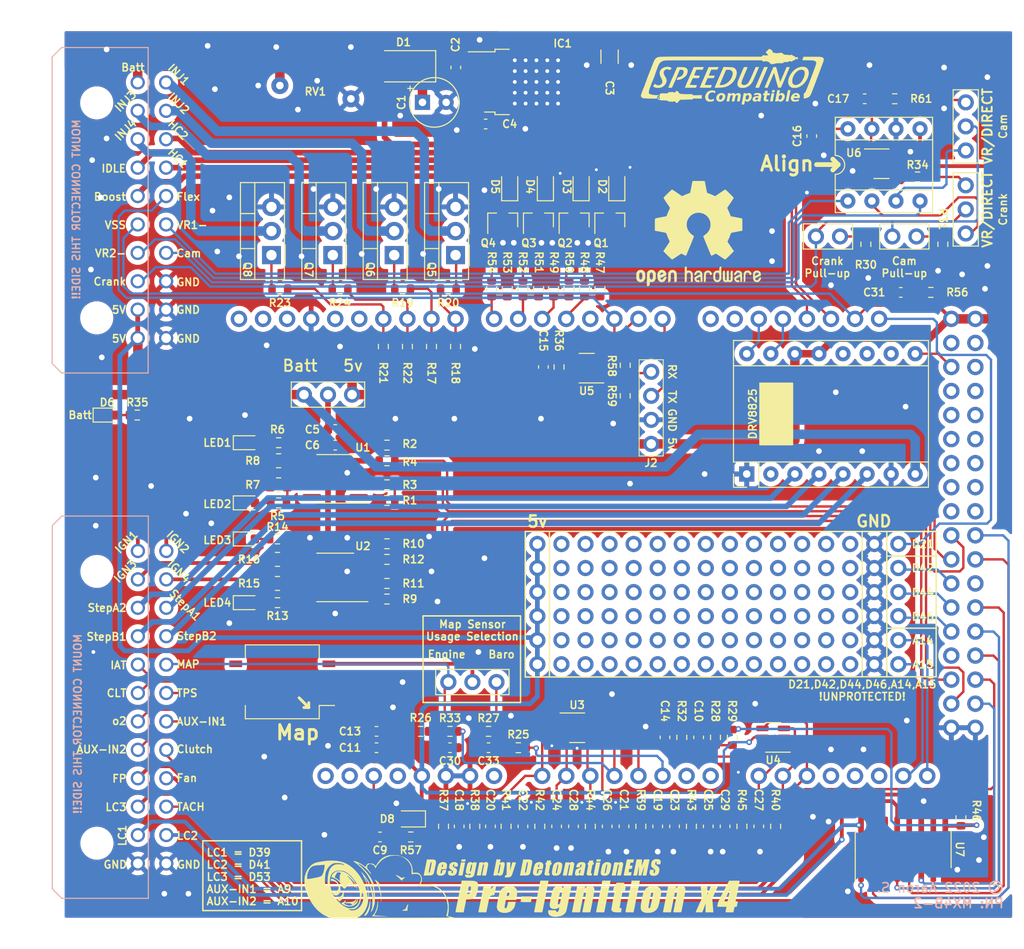
<source format=kicad_pcb>
(kicad_pcb (version 20221018) (generator pcbnew)
  (layers (0 "F.Cu" signal "Front") (31 "B.Cu" power "Back") (34 "B.Paste" user) (35 "F.Paste" user) (36 "B.SilkS" user "B.Silkscreen") (37 "F.SilkS" user "F.Silkscreen") (38 "B.Mask" user) (39 "F.Mask" user) (44 "Edge.Cuts" user))
  (net 0 "")
  (net 2 "+BATT")
  (net 3 "GND")
  (net 4 "IGN-V-Select")
  (net 5 "MC-D38")
  (net 6 "MC-D40")
  (net 7 "Net-(R3-Pad1)")
  (net 8 "Net-(R4-Pad1)")
  (net 9 "Net-(R5-Pad1)")
  (net 10 "Net-(R6-Pad2)")
  (net 11 "IGN1")
  (net 12 "IGN2")
  (net 13 "MC-D50")
  (net 14 "MC-D52")
  (net 15 "Net-(R11-Pad1)")
  (net 16 "Net-(R12-Pad1)")
  (net 17 "Net-(R13-Pad1)")
  (net 18 "Net-(R14-Pad2)")
  (net 19 "IGN4")
  (net 20 "IGN3")
  (net 21 "MC-D53")
  (net 22 "MC-D51")
  (net 23 "MC-D49")
  (net 24 "MC-D47")
  (net 25 "MC-D45")
  (net 26 "INJ1")
  (net 27 "INJ4")
  (net 28 "INJ2")
  (net 29 "INJ3")
  (net 30 "MC-D8")
  (net 31 "MC-D11")
  (net 32 "MC-D9")
  (net 33 "MC-D10")
  (net 34 "MC-D16")
  (net 35 "MC-D17")
  (net 36 "Step-B2")
  (net 37 "Step-B1")
  (net 38 "Step-A1")
  (net 39 "Step-A2")
  (net 40 "MC-D24")
  (net 41 "Net-(C10-Pad1)")
  (net 42 "MC-A3")
  (net 43 "MC-A4")
  (net 44 "Flex")
  (net 45 "MC-D19")
  (net 46 "MC-D18")
  (net 47 "IAT")
  (net 48 "O2")
  (net 49 "MC-A0")
  (net 50 "MC-A8")
  (net 51 "CLT")
  (net 52 "A9")
  (net 53 "MC-A1")
  (net 54 "MC-A9")
  (net 55 "TPS")
  (net 56 "A10")
  (net 57 "MC-A2")
  (net 58 "MC-A10")
  (net 59 "Map-External")
  (net 60 "BOOST")
  (net 61 "HC1")
  (net 62 "IDLE")
  (net 63 "HC2")
  (net 64 "VR2-")
  (net 65 "Net-(J4-Pad3)")
  (net 66 "Net-(J4-Pad2)")
  (net 67 "VR1-")
  (net 68 "Crank-In")
  (net 69 "Cam-In")
  (net 70 "Tach")
  (net 71 "Fan")
  (net 72 "Fuel-Pump")
  (net 73 "D53")
  (net 74 "Clutch")
  (net 75 "MC-D7")
  (net 76 "MC-D6")
  (net 77 "MC-D5")
  (net 78 "MC-D4")
  (net 79 "VDD")
  (net 80 "MC-RESET")
  (net 81 "Net-(LED1-Pad2)")
  (net 82 "Net-(LED2-Pad2)")
  (net 83 "Net-(LED3-Pad2)")
  (net 84 "Net-(LED4-Pad2)")
  (net 85 "Net-(JP4-Pad2)")
  (net 86 "Net-(JP5-Pad2)")
  (net 87 "MC-D20")
  (net 88 "MC-D41")
  (net 89 "MC-D39")
  (net 90 "D39")
  (net 91 "D41")
  (net 92 "Net-(Q1-Pad1)")
  (net 93 "Net-(Q2-Pad1)")
  (net 94 "Net-(Q3-Pad1)")
  (net 95 "Net-(Q4-Pad1)")
  (net 96 "Net-(C33-Pad1)")
  (net 97 "MC-D0")
  (net 98 "MC-D1")
  (net 99 "Net-(Q5-Pad1)")
  (net 100 "Net-(Q6-Pad1)")
  (net 101 "Net-(Q7-Pad1)")
  (net 102 "Net-(Q8-Pad1)")
  (net 103 "MC-A5")
  (net 104 "Net-(JP7-Pad2)")
  (net 105 "MC-D3")
  (net 106 "Net-(D6-Pad2)")
  (net 108 "MC-D21")
  (net 109 "MC-D42")
  (net 110 "MC-D44")
  (net 111 "MC-D46")
  (net 112 "MC-A15")
  (net 113 "MC-A14")
  (net 114 "Net-(JP2-Pad1)")
  (net 115 "Net-(JP3-Pad3)")
  (net 118 "Net-(C1-Pad1)")
  (net 206 "TVS15")
  (net 207 "TVS16")
  (net 210 "+3V3")
  (net 211 "MC-A6")
  (net 212 "MC-A7")
  (net 213 "MC-A11")
  (net 214 "MC-A12")
  (net 215 "MC-A13")
  (net 216 "MC-AREF")
  (net 217 "MC-D12")
  (net 218 "MC-D13")
  (net 219 "MC-D14")
  (net 220 "MC-D15")
  (net 221 "MC-D22")
  (net 222 "MC-D23")
  (net 223 "MC-D25")
  (net 224 "MC-D26")
  (net 225 "MC-D27")
  (net 226 "MC-D28")
  (net 227 "MC-D29")
  (net 228 "MC-D30")
  (net 229 "MC-D31")
  (net 230 "MC-D32")
  (net 231 "MC-D33")
  (net 232 "MC-D34")
  (net 233 "MC-D35")
  (net 234 "MC-D36")
  (net 235 "MC-D37")
  (net 236 "MC-D43")
  (net 237 "MC-D48")
  (net 238 "MC-IOREF")
  (net 239 "MC-SCL")
  (net 240 "MC-SDA")
  (net 242 "Net-(J2-Pad4)")
  (footprint "Capacitor_SMD:C_0603_1608Metric" (layer "F.Cu") (at 112.522 95.504)
    (fp_text reference "C5")
    (fp_text value "100nF")
  )
  (footprint "Capacitor_SMD:C_0603_1608Metric" (layer "F.Cu") (at 112.522 97.155)
    (fp_text reference "C6")
    (fp_text value "1uF")
  )
  (footprint "LED_SMD:LED_0603_1608Metric" (layer "F.Cu") (at 103.251 103.251)
    (fp_text reference "LED2")
    (fp_text value "LED")
  )
  (footprint "LED_SMD:LED_0603_1608Metric" (layer "F.Cu") (at 103.251 96.901)
    (fp_text reference "LED1")
    (fp_text value "LED")
  )
  (footprint "LED_SMD:LED_0603_1608Metric" (layer "F.Cu") (at 103.251 113.792)
    (fp_text reference "LED4")
    (fp_text value "LED")
  )
  (footprint "LED_SMD:LED_0603_1608Metric" (layer "F.Cu") (at 103.251 107.061)
    (fp_text reference "LED3")
    (fp_text value "LED")
  )
  (footprint "Detonation:3-PinSwitch" (layer "F.Cu") (at 109.22 91.821 90)
    (fp_text reference "JP1" hide)
    (fp_text value "Ignition Voltage")
  )
  (footprint "Resistor_SMD:R_0603_1608Metric" (layer "F.Cu") (at 117.983 102.997 180)
    (fp_text reference "R1")
    (fp_text value "100K")
  )
  (footprint "Resistor_SMD:R_0603_1608Metric" (layer "F.Cu") (at 117.983 97.155)
    (fp_text reference "R2")
    (fp_text value "100K")
  )
  (footprint "Resistor_SMD:R_0603_1608Metric" (layer "F.Cu") (at 117.983 101.346)
    (fp_text reference "R3")
    (fp_text value "1k")
  )
  (footprint "Resistor_SMD:R_0603_1608Metric" (layer "F.Cu") (at 117.983 98.806)
    (fp_text reference "R4")
    (fp_text value "1k")
  )
  (footprint "Resistor_SMD:R_0603_1608Metric" (layer "F.Cu") (at 106.553 103.251 180)
    (fp_text reference "R5")
    (fp_text value "2.4k")
  )
  (footprint "Resistor_SMD:R_0603_1608Metric" (layer "F.Cu") (at 106.553 96.901)
    (fp_text reference "R6")
    (fp_text value "2.4k")
  )
  (footprint "Resistor_SMD:R_0805_2012Metric" (layer "F.Cu") (at 106.553 101.346)
    (fp_text reference "R7")
    (fp_text value "22")
  )
  (footprint "Resistor_SMD:R_0805_2012Metric" (layer "F.Cu") (at 106.553 98.806)
    (fp_text reference "R8")
    (fp_text value "22")
  )
  (footprint "Resistor_SMD:R_0603_1608Metric" (layer "F.Cu") (at 106.426 113.792 180)
    (fp_text reference "R13")
    (fp_text value "2.4k")
  )
  (footprint "Resistor_SMD:R_0603_1608Metric" (layer "F.Cu") (at 106.426 107.061)
    (fp_text reference "R14")
    (fp_text value "2.4k")
  )
  (footprint "Resistor_SMD:R_0805_2012Metric" (layer "F.Cu") (at 106.426 111.76)
    (fp_text reference "R15")
    (fp_text value "22")
  )
  (footprint "Resistor_SMD:R_0805_2012Metric" (layer "F.Cu") (at 106.426 109.22)
    (fp_text reference "R16")
    (fp_text value "22")
  )
  (footprint "Package_SO:SOIC-8_3.9x4.9mm_P1.27mm" (layer "F.Cu") (at 112.522 100.711 180)
    (fp_text reference "U1")
    (fp_text value "TC4427")
  )
  (footprint "Package_SO:SOIC-8_3.9x4.9mm_P1.27mm" (layer "F.Cu") (at 112.522 111.125 180)
    (fp_text reference "U2")
    (fp_text value "TC4427")
  )
  (footprint "MyLibs:Arduino_Mega2560_Shield_IO_Only_No_Silk_Screen" (layer "F.Cu") (at 83.566 134.62)
    (fp_text reference "XA1" hide)
    (fp_text value "Arduino_Mega2560_Shield-Arduino" hide)
  )
  (footprint "Resistor_SMD:R_0603_1608Metric" (layer "F.Cu") (at 122.682 86.741 -90)
    (fp_text reference "R17")
    (fp_text value "100K")
  )
  (footprint "Resistor_SMD:R_0603_1608Metric" (layer "F.Cu") (at 125.222 86.741 90)
    (fp_text reference "R18")
    (fp_text value "100K")
  )
  (footprint "Resistor_SMD:R_0603_1608Metric" (layer "F.Cu") (at 119.634 80.645)
    (fp_text reference "R19")
    (fp_text value "1k")
  )
  (footprint "Resistor_SMD:R_0603_1608Metric" (layer "F.Cu") (at 124.46 80.645 180)
    (fp_text reference "R20")
    (fp_text value "1k")
  )
  (footprint "Resistor_SMD:R_0603_1608Metric" (layer "F.Cu") (at 117.602 86.741 -90)
    (fp_text reference "R21")
    (fp_text value "100K")
  )
  (footprint "Resistor_SMD:R_0603_1608Metric" (layer "F.Cu") (at 120.142 86.741 90)
    (fp_text reference "R22")
    (fp_text value "100K")
  )
  (footprint "Resistor_SMD:R_0603_1608Metric" (layer "F.Cu") (at 106.68 80.645)
    (fp_text reference "R23")
    (fp_text value "1k")
  )
  (footprint "Resistor_SMD:R_0603_1608Metric" (layer "F.Cu") (at 113.03 80.645)
    (fp_text reference "R24")
    (fp_text value "1k")
  )
  (footprint "Module:Pololu_Breakout-16_15.2x20.3mm" (layer "F.Cu") (at 155.956 100.203 90)
    (fp_text reference "A1" hide)
    (fp_text value "Pololu_Breakout_DRV8825" hide)
  )
  (footprint "Capacitor_SMD:C_0603_1608Metric" (layer "F.Cu") (at 125.25 57.277 -90)
    (fp_text reference "C2")
    (fp_text value "330nF")
  )
  (footprint "Capacitor_SMD:C_1206_3216Metric" (layer "F.Cu") (at 141.478 56.134 -90)
    (fp_text reference "C3")
    (fp_text value "47uF")
  )
  (footprint "Capacitor_SMD:C_0603_1608Metric" (layer "F.Cu") (at 128.397 63.246)
    (fp_text reference "C4")
    (fp_text value "100nF")
  )
  (footprint "Capacitor_SMD:C_0603_1608Metric" (layer "F.Cu") (at 117.2464 138.5316)
    (fp_text reference "C9")
    (fp_text value "4.7nF")
  )
  (footprint "Capacitor_SMD:C_0603_1608Metric" (layer "F.Cu") (at 150.8792 128.016 90)
    (fp_text reference "C10")
    (fp_text value "100nF")
  )
  (footprint "Capacitor_SMD:C_0603_1608Metric" (layer "F.Cu") (at 116.8781 129.1082 180)
    (fp_text reference "C11")
    (fp_text value "100nF")
  )
  (footprint "Capacitor_SMD:C_0603_1608Metric" (layer "F.Cu") (at 116.8781 127.381 180)
    (fp_text reference "C13")
    (fp_text value "1uF")
  )
  (footprint "Capacitor_SMD:C_0603_1608Metric" (layer "F.Cu") (at 147.3264 128.016 90)
    (fp_text reference "C14")
    (fp_text value "220nF")
  )
  (footprint "Capacitor_SMD:C_0603_1608Metric" (layer "F.Cu") (at 134.493 88.9 -90)
    (fp_text reference "C15")
    (fp_text value "220nF")
  )
  (footprint "Capacitor_SMD:C_0603_1608Metric" (layer "F.Cu") (at 162.814 64.516 90)
    (fp_text reference "C16")
    (fp_text value "10nF")
  )
  (footprint "Capacitor_SMD:C_0603_1608Metric" (layer "F.Cu") (at 168.402 60.579)
    (fp_text reference "C17")
    (fp_text value "100nF")
  )
  (footprint "Capacitor_SMD:C_0603_1608Metric" (layer "F.Cu") (at 125.603 137.414 -90)
    (fp_text reference "C18")
    (fp_text value "100nF")
  )
  (footprint "Capacitor_SMD:C_0603_1608Metric" (layer "F.Cu") (at 146.558 137.414 -90)
    (fp_text reference "C19")
    (fp_text value "100nF")
  )
  (footprint "Capacitor_SMD:C_0603_1608Metric" (layer "F.Cu") (at 128.905 137.414 -90)
    (fp_text reference "C20")
    (fp_text value "220nF")
  )
  (footprint "Capacitor_SMD:C_0603_1608Metric" (layer "F.Cu") (at 143.002 137.414 -90)
    (fp_text reference "C21")
    (fp_text value "220nF")
  )
  (footprint "Capacitor_SMD:C_0603_1608Metric" (layer "F.Cu") (at 132.334 137.414 -90)
    (fp_text reference "C22")
    (fp_text value "100nF")
  )
  (footprint "Capacitor_SMD:C_0603_1608Metric" (layer "F.Cu") (at 148.336 137.414 -90)
    (fp_text reference "C23")
    (fp_text value "100nF")
  )
  (footprint "Capacitor_SMD:C_0603_1608Metric" (layer "F.Cu") (at 135.89 137.414 -90)
    (fp_text reference "C24")
    (fp_text value "220nF")
  )
  (footprint "Capacitor_SMD:C_0603_1608Metric" (layer "F.Cu") (at 151.892 137.414 -90)
    (fp_text reference "C25")
    (fp_text value "220nF")
  )
  (footprint "Capacitor_SMD:C_0603_1608Metric" (layer "F.Cu") (at 141.224 137.414 -90)
    (fp_text reference "C26")
    (fp_text value "100nF")
  )
  (footprint "Capacitor_SMD:C_0603_1608Metric" (layer "F.Cu") (at 157.226 137.414 -90)
    (fp_text reference "C27")
    (fp_text value "100nF")
  )
  (footprint "Capacitor_SMD:C_0603_1608Metric" (layer "F.Cu") (at 137.668 137.414 -90)
    (fp_text reference "C28")
    (fp_text value "220nF")
  )
  (footprint "Capacitor_SMD:C_0603_1608Metric" (layer "F.Cu") (at 153.67 137.414 -90)
    (fp_text reference "C29")
    (fp_text value "220nF")
  )
  (footprint "Diode_SMD:D_SMA" (layer "F.Cu") (at 119.729 57.15 180)
    (fp_text reference "D1")
    (fp_text value "M7")
  )
  (footprint "Misc:3x1-GPIO" (layer "F.Cu") (at 179.07 69.723)
    (fp_text reference "JP2" hide)
    (fp_text value "VR/DIRECT")
  )
  (footprint "Misc:3x1-GPIO" (layer "F.Cu") (at 179.0735 66.04 180)
    (fp_text reference "JP3" hide)
    (fp_text value "VR/DIRECT")
  )
  (footprint "Resistor_SMD:R_0603_1608Metric" (layer "F.Cu") (at 152.6556 128.016 -90)
    (fp_text reference "R28")
    (fp_text value "1k")
  )
  (footprint "Resistor_SMD:R_0603_1608Metric" (layer "F.Cu") (at 154.432 128.016 90)
    (fp_text reference "R29")
    (fp_text value "3.9k")
  )
  (footprint "Resistor_SMD:R_0603_1608Metric" (layer "F.Cu") (at 149.1028 128.016 90)
    (fp_text reference "R32")
    (fp_text value "470")
  )
  (footprint "Resistor_SMD:R_0603_1608Metric" (layer "F.Cu") (at 124.6378 127.381)
    (fp_text reference "R33")
    (fp_text value "470")
  )
  (footprint "Resistor_SMD:R_0603_1608Metric" (layer "F.Cu") (at 136.144 88.9 90)
    (fp_text reference "R36")
    (fp_text value "2.4k")
  )
  (footprint "Resistor_SMD:R_0603_1608Metric" (layer "F.Cu") (at 123.952 137.414 90)
    (fp_text reference "R37")
    (fp_text value "2.49k")
  )
  (footprint "Resistor_SMD:R_0603_1608Metric" (layer "F.Cu") (at 127.254 137.414 -90)
    (fp_text reference "R38")
    (fp_text value "470")
  )
  (footprint "Resistor_SMD:R_0603_1608Metric" (layer "F.Cu") (at 144.78 137.414 -90)
    (fp_text reference "R39")
    (fp_text value "470")
  )
  (footprint "Resistor_SMD:R_0603_1608Metric" (layer "F.Cu") (at 159.004 137.414 -90)
    (fp_text reference "R40")
    (fp_text value "1k")
  )
  (footprint "Resistor_SMD:R_0603_1608Metric" (layer "F.Cu") (at 130.556 137.414 90)
    (fp_text reference "R41")
    (fp_text value "2.49k")
  )
  (footprint "Resistor_SMD:R_0603_1608Metric" (layer "F.Cu") (at 134.112 137.414 -90)
    (fp_text reference "R42")
    (fp_text value "470")
  )
  (footprint "Resistor_SMD:R_0603_1608Metric" (layer "F.Cu") (at 150.114 137.414 -90)
    (fp_text reference "R43")
    (fp_text value "470")
  )
  (footprint "Resistor_SMD:R_0603_1608Metric" (layer "F.Cu") (at 139.446 137.414 -90)
    (fp_text reference "R44")
    (fp_text value "470")
  )
  (footprint "Resistor_SMD:R_0603_1608Metric" (layer "F.Cu") (at 155.448 137.414 -90)
    (fp_text reference "R45")
    (fp_text value "470")
  )
  (footprint "Resistor_SMD:R_0603_1608Metric" (layer "F.Cu") (at 178.562 136.525 -90)
    (fp_text reference "R46")
    (fp_text value "10k")
  )
  (footprint "Detonation:MOV" (layer "F.Cu") (at 106.68 59.182)
    (fp_text reference "RV1")
    (fp_text value "MOV")
  )
  (footprint "Package_TO_SOT_SMD:SOT-23-6" (layer "F.Cu") (at 138.049 127)
    (fp_text reference "U3")
    (fp_text value "SRV05-4-P-T7")
  )
  (footprint "Package_TO_SOT_SMD:SOT-23-6" (layer "F.Cu") (at 158.75 128.016 180)
    (fp_text reference "U4")
    (fp_text value "SRV05-4-P-T7")
  )
  (footprint "Package_TO_SOT_SMD:SOT-23-6" (layer "F.Cu") (at 139.065 89.027 180)
    (fp_text reference "U5")
    (fp_text value "SRV05-4-P-T7")
  )
  (footprint "Package_TO_SOT_SMD:SOT-23-6" (layer "F.Cu") (at 170.18 67.437)
    (fp_text reference "U6")
    (fp_text value "SRV05-4-P-T7")
  )
  (footprint "Capacitor_SMD:C_0603_1608Metric" (layer "F.Cu") (at 124.6378 129.1082 180)
    (fp_text reference "C30")
    (fp_text value "47pF")
  )
  (footprint "Capacitor_SMD:C_0603_1608Metric" (layer "F.Cu") (at 172.212 81.026 180)
    (fp_text reference "C31")
    (fp_text value "10nF")
  )
  (footprint "Resistor_SMD:R_0603_1608Metric" (layer "F.Cu") (at 175.387 81.026)
    (fp_text reference "R56")
    (fp_text value "1k")
  )
  (footprint "Package_SO:SOIC-16_3.9x9.9mm_P1.27mm" (layer "F.Cu") (at 172.466 139.827 90)
    (fp_text reference "U7")
    (fp_text value "ULN2003A")
  )
  (footprint "Detonation:TO-252-2-Thermal-Pad" (layer "F.Cu") (at 131.854 58.801)
    (fp_text reference "IC1")
    (fp_text value "L7805CDT")
  )
  (footprint "Resistor_SMD:R_0603_1608Metric" (layer "F.Cu") (at 120.4976 138.5316 180)
    (fp_text reference "R57")
    (fp_text value "10k")
  )
  (footprint "Diode_SMD:D_SOD-323F" (layer "F.Cu") (at 142.24 69.85 90)
    (fp_text reference "D2")
    (fp_text value "1N4148WS")
  )
  (footprint "Diode_SMD:D_SOD-323F" (layer "F.Cu") (at 138.472334 69.85 90)
    (fp_text reference "D3")
    (fp_text value "1N4148WS")
  )
  (footprint "Diode_SMD:D_SOD-323F" (layer "F.Cu") (at 134.704668 69.85 90)
    (fp_text reference "D4")
    (fp_text value "1N4148WS")
  )
  (footprint "Diode_SMD:D_SOD-323F" (layer "F.Cu") (at 130.937 69.85 90)
    (fp_text reference "D5")
    (fp_text value "1N4148WS")
  )
  (footprint "Package_TO_SOT_SMD:SOT-23" (layer "F.Cu") (at 141.5034 73.406 90)
    (fp_text reference "Q1")
    (fp_text value "AO3400A")
  )
  (footprint "Package_TO_SOT_SMD:SOT-23" (layer "F.Cu") (at 137.735732 73.406 90)
    (fp_text reference "Q2")
    (fp_text value "AO3400A")
  )
  (footprint "Package_TO_SOT_SMD:SOT-23" (layer "F.Cu") (at 133.968066 73.406 90)
    (fp_text reference "Q3")
    (fp_text value "AO3400A")
  )
  (footprint "Package_TO_SOT_SMD:SOT-23" (layer "F.Cu") (at 130.2004 73.406 90)
    (fp_text reference "Q4")
    (fp_text value "AO3400A")
  )
  (footprint "Resistor_SMD:R_0603_1608Metric" (layer "F.Cu") (at 140.462 80.645 -90)
    (fp_text reference "R47")
    (fp_text value "100K")
  )
  (footprint "Resistor_SMD:R_0603_1608Metric" (layer "F.Cu") (at 138.829142 80.645 -90)
    (fp_text reference "R48")
    (fp_text value "120")
  )
  (footprint "Resistor_SMD:R_0603_1608Metric" (layer "F.Cu") (at 135.563428 80.645 -90)
    (fp_text reference "R49")
    (fp_text value "100K")
  )
  (footprint "Resistor_SMD:R_0603_1608Metric" (layer "F.Cu") (at 137.196285 80.645 -90)
    (fp_text reference "R50")
    (fp_text value "120")
  )
  (footprint "Resistor_SMD:R_0603_1608Metric" (layer "F.Cu") (at 133.985 80.645 -90)
    (fp_text reference "R51")
    (fp_text value "100K")
  )
  (footprint "Resistor_SMD:R_0603_1608Metric" (layer "F.Cu") (at 132.334 80.645 -90)
    (fp_text reference "R52")
    (fp_text value "120")
  )
  (footprint "Resistor_SMD:R_0603_1608Metric" (layer "F.Cu") (at 130.683 80.645 -90)
    (fp_text reference "R53")
    (fp_text value "100K")
  )
  (footprint "Resistor_SMD:R_0603_1608Metric" (layer "F.Cu") (at 129.032 80.645 -90)
    (fp_text reference "R54")
    (fp_text value "120")
  )
  (footprint "Sensor_Pressure:Freescale_98ARH99066A" (layer "F.Cu") (at 106.934 122.1486 180)
    (fp_text reference "Map1" hide)
    (fp_text value "Map" hide)
  )
  (footprint "Capacitor_SMD:C_0603_1608Metric" (layer "F.Cu") (at 128.7018 129.1082 180)
    (fp_text reference "C33")
    (fp_text value "47pF")
  )
  (footprint "Resistor_SMD:R_0603_1608Metric" (layer "F.Cu") (at 131.8514 129.1082)
    (fp_text reference "R25")
    (fp_text value "470")
  )
  (footprint "Resistor_SMD:R_0603_1608Metric" (layer "F.Cu") (at 128.7018 127.381 180)
    (fp_text reference "R27")
    (fp_text value "51k")
  )
  (footprint "Detonation:3-PinSwitch" (layer "F.Cu") (at 124.46 122.174 90)
    (fp_text reference "JP7" hide)
    (fp_text value "Jumper_3_Bridged12")
  )
  (footprint "Resistor_SMD:R_0603_1608Metric" (layer "F.Cu") (at 117.983 109.22)
    (fp_text reference "R12")
    (fp_text value "1k")
  )
  (footprint "Resistor_SMD:R_0603_1608Metric" (layer "F.Cu") (at 117.983 107.569)
    (fp_text reference "R10")
    (fp_text value "100K")
  )
  (footprint "Resistor_SMD:R_0603_1608Metric" (layer "F.Cu") (at 117.983 113.411 180)
    (fp_text reference "R9")
    (fp_text value "100K")
  )
  (footprint "Resistor_SMD:R_0603_1608Metric" (layer "F.Cu") (at 117.983 111.76)
    (fp_text reference "R11")
    (fp_text value "1k")
  )
  (footprint "Detonation:1X4-PROTO" (layer "F.Cu") (at 145.8722 97.028 180)
    (fp_text reference "J2")
    (fp_text value "Conn_01x04")
  )
  (footprint "Package_TO_SOT_THT:TO-220-3_Vertical" (layer "F.Cu") (at 125.222 77.089 90)
    (fp_text reference "Q5")
    (fp_text value "STP62NS04Z")
  )
  (footprint "Package_TO_SOT_THT:TO-220-3_Vertical" (layer "F.Cu") (at 118.745 77.089 90)
    (fp_text reference "Q6")
    (fp_text value "STP62NS04Z")
  )
  (footprint "Package_TO_SOT_THT:TO-220-3_Vertical" (layer "F.Cu") (at 112.268 77.089 90)
    (fp_text reference "Q7")
    (fp_text value "STP62NS04Z")
  )
  (footprint "Package_TO_SOT_THT:TO-220-3_Vertical" (layer "F.Cu") (at 105.791 77.089 90)
    (fp_text reference "Q8")
    (fp_text value "STP62NS04Z")
  )
  (footprint "Resistor_SMD:R_0603_1608Metric" (layer "F.Cu") (at 143.129 91.948 90)
    (fp_text reference "R59")
    (fp_text value "2k")
  )
  (footprint "Resistor_SMD:R_0603_1608Metric" (layer "F.Cu") (at 143.129 88.7222 90)
    (fp_text reference "R58")
    (fp_text value "1k")
  )
  (footprint "Detonation:Socket_VRConditioner" (layer "F.Cu") (at 166.624 71.374 90)
    (fp_text reference "J4" hide)
    (fp_text value "VR_Header")
  )
  (footprint "Detonation:1x02-Proto" (layer "F.Cu") (at 163.2585 75.1205 90)
    (fp_text reference "JP4" hide)
    (fp_text value "Pullup")
  )
  (footprint "Detonation:1x02-Proto" (layer "F.Cu") (at 171.323 75.1205 90)
    (fp_text reference "JP5" hide)
    (fp_text value "Pullup")
  )
  (footprint "Resistor_SMD:R_0603_1608Metric" (layer "F.Cu") (at 168.529 75.946 -90)
    (fp_text reference "R30")
    (fp_text value "1k")
  )
  (footprint "Resistor_SMD:R_0603_1608Metric" (layer "F.Cu") (at 176.657 75.946 -90)
    (fp_text reference "R31")
    (fp_text value "1k")
  )
  (footprint "Resistor_SMD:R_0603_1608Metric" (layer "F.Cu") (at 91.6305 93.98)
    (fp_text reference "R35")
    (fp_text value "2.4k")
  )
  (footprint "LED_SMD:LED_0603_1608Metric" (layer "F.Cu") (at 88.4555 93.98)
    (fp_text reference "D6")
    (fp_text value "LED")
  )
  (footprint "Resistor_SMD:R_0603_1608Metric" (layer "F.Cu") (at 173.99 68.834)
    (fp_text reference "R34")
    (fp_text value "220")
  )
  (footprint "Resistor_SMD:R_0603_1608Metric" (layer "F.Cu") (at 171.577 60.579)
    (fp_text reference "R61")
    (fp_text value "220")
  )
  (footprint "Detonation:PROTO-3X16" (layer "F.Cu") (at 155.321 111.4044)
    (fp_text reference "J6" hide)
    (fp_text value "Conn_02x16_Counter_Clockwise" hide)
  )
  (footprint "Diode_SMD:D_SOD-323F" (layer "F.Cu") (at 120.5484 136.6266 180)
    (fp_text reference "D8")
    (fp_text value "1N4148WS")
  )
  (footprint "Detonation:PROTO-3X16" (layer "F.Cu") (at 155.321 119.0244)
    (fp_text reference "J3" hide)
    (fp_text value "Conn_02x16_Counter_Clockwise" hide)
  )
  (footprint "Detonation:TireSmoke-22mm" (layer "F.Cu") (at 117.348 143.764)
    (fp_text reference "G2" hide)
    (fp_text value "Logo_Open_Hardware_Small" hide)
  )
  (footprint "Detonation-Logos:Design by DetonationEMS" (layer "F.Cu") (at 134.366 141.859)
    (fp_text reference "G3" hide)
    (fp_text value "Logo_Open_Hardware_Small" hide)
  )
  (footprint "Detonation:SpeeduinoCompatible-21mm" (layer "F.Cu") (at 154.432 58.166)
    (fp_text reference "G4" hide)
    (fp_text value "Logo_Open_Hardware_Small" hide)
  )
  (footprint "Resistor_SMD:R_0603_1608Metric" (layer "F.Cu") (at 121.539 127.381)
    (fp_text reference "R26")
    (fp_text value "51k")
  )
  (footprint "Detonation:Pre-IgnitionX4-30mm" (layer "F.Cu") (at 140.208 145.034)
    (fp_text reference "G5" hide)
    (fp_text value "Logo_Open_Hardware_Small" hide)
  )
  (footprint "Symbol:OSHW-Logo2_14.6x12mm_SilkScreen" (layer "F.Cu") (at 150.876 74.803)
    (fp_text reference "G6" hide)
    (fp_text value "Logo_Open_Hardware_Small" hide)
  )
  (footprint "Capacitor_THT:CP_Radial_Tantal_D5.0mm_P2.50mm" (layer "F.Cu") (at 121.730888 60.96)
    (fp_text reference "C1")
    (fp_text value "10uF")
  )
  (footprint "Detonation:Molex_Micro-Fit_3.0_43045-2400_2x12_P3.00mm_Horizontal" (layer "B.Cu") (at 91.694 108.331 -90)
    (fp_text reference "J5" hide)
    (fp_text value "Conn_02x12_Counter_Clockwise")
  )
  (footprint "Detonation:Molex_Micro-Fit_3.0_43045-2000_2x10_P3.00mm_Horizontal" (layer "B.Cu") (at 91.675 58.8518 -90)
    (fp_text reference "J7" hide)
    (fp_text value "Conn_02x10_Counter_Clockwise")
  )
  (gr_line (start 132.5788 121.6406) (end 168.1353 121.6152) (stroke (width 0.1524)) (layer "F.SilkS"))
  (gr_line (start 168.1353 106.2771) (end 132.5788 106.2644) (stroke (width 0.1524)) (layer "F.SilkS"))
  (gr_line (start 168.1353 106.3371) (end 168.1353 121.6152) (stroke (width 0.1524)) (layer "F.SilkS"))
  (gr_line (start 170.7388 106.2736) (end 170.7388 121.6152) (stroke (width 0.1524)) (layer "F.SilkS"))
  (gr_line (start 170.7388 106.2736) (end 168.1353 106.2771) (stroke (width 0.1524)) (layer "F.SilkS"))
  (gr_line (start 168.1353 121.6152) (end 175.9458 121.6152) (stroke (width 0.1524)) (layer "F.SilkS"))
  (gr_line (start 173.2788 106.2736) (end 170.7388 106.2736) (stroke (width 0.1524)) (layer "F.SilkS"))
  (gr_line (start 175.9458 116.4844) (end 173.2788 116.4844) (stroke (width 0.1524)) (layer "F.SilkS"))
  (gr_line (start 98.552 146.304) (end 98.552 138.938) (stroke (width 0.1524)) (layer "F.SilkS"))
  (gr_line (start 121.793 124.333) (end 132.08 124.333) (stroke (width 0.1524)) (layer "F.SilkS"))
  (gr_line (start 132.08 124.333) (end 132.08 115.189) (stroke (width 0.1524)) (layer "F.SilkS"))
  (gr_line (start 108.966 146.304) (end 98.552 146.304) (stroke (width 0.1524)) (layer "F.SilkS"))
  (gr_line (start 175.9458 108.8771) (end 175.9458 106.2736) (stroke (width 0.1524)) (layer "F.SilkS"))
  (gr_line (start 173.2788 106.2736) (end 175.9458 106.2736) (stroke (width 0.1524)) (layer "F.SilkS"))
  (gr_line (start 135.128 106.2644) (end 135.128 121.6406) (stroke (width 0.1524)) (layer "F.SilkS"))
  (gr_line (start 170.7388 108.8771) (end 173.2788 108.8771) (stroke (width 0.1524)) (layer "F.SilkS"))
  (gr_line (start 98.552 138.938) (end 108.966 138.938) (stroke (width 0.1524)) (layer "F.SilkS"))
  (gr_line (start 121.793 115.189) (end 121.793 124.333) (stroke (width 0.1524)) (layer "F.SilkS"))
  (gr_line (start 132.5788 106.2644) (end 132.5788 121.6406) (stroke (width 0.1524)) (layer "F.SilkS"))
  (gr_line (start 108.966 138.938) (end 108.966 146.304) (stroke (width 0.1524)) (layer "F.SilkS"))
  (gr_line (start 175.9458 116.5606) (end 175.9458 121.6152) (stroke (width 0.1524)) (layer "F.SilkS"))
  (gr_rect (start 157.353 90.6245) (end 160.782 97.1015) (stroke (width 0.1524)) (fill solid) (layer "F.SilkS"))
  (gr_line (start 132.08 115.189) (end 121.793 115.189) (stroke (width 0.1524)) (layer "F.SilkS"))
  (gr_line (start 175.9458 108.8771) (end 175.9458 116.5606) (stroke (width 0.1524)) (layer "F.SilkS"))
  (gr_line (start 173.2788 108.8771) (end 175.9458 108.8771) (stroke (width 0.1524)) (layer "F.SilkS"))
  (gr_line (start 170.7388 116.4844) (end 173.2788 116.4844) (stroke (width 0.1524)) (layer "F.SilkS"))
  (gr_line (start 83.9624 50.254) (end 83.9624 150.254) (stroke (width 0.001)) (layer "Edge.Cuts"))
  (gr_line (start 183.9624 50.254) (end 83.9624 50.254) (stroke (width 0.001)) (layer "Edge.Cuts"))
  (gr_line (start 83.9624 150.254) (end 183.9624 150.254) (stroke (width 0.001)) (layer "Edge.Cuts"))
  (gr_line (start 183.9624 150.254) (end 183.9624 50.254) (stroke (width 0.001)) (layer "Edge.Cuts"))
  (gr_text "MOUNT CONNECTOR THIS SIDE!!" (at 85.198 72.263 90) (layer "B.SilkS") (effects (font (size 0.8 0.8) (thickness 0.16)) (justify mirror)))
  (gr_text "MOUNT CONNECTOR THIS SIDE!!" (at 85.344 126.5936 90) (layer "B.SilkS") (effects (font (size 0.8 0.8) (thickness 0.16)) (justify mirror)))
  (gr_text "© 2022 Aaron S." (at 176.365619 143.891) (layer "B.SilkS") (effects (font (size 1 1) (thickness 0.16)) (justify mirror)))
  (gr_text "PN: MX4B-2" (at 178.308 145.542) (layer "B.SilkS") (effects (font (size 1 1) (thickness 0.18)) (justify mirror)))
  (gr_text "D46" (at 174.5488 115.2779) (layer "F.SilkS") (effects (font (size 0.8 0.8) (thickness 0.16))))
  (gr_text "INJ3" (at 90.405 60.833 45) (layer "F.SilkS") (effects (font (size 0.8 0.8) (thickness 0.16))))
  (gr_text "IGN1" (at 90.4875 107.3912 45) (layer "F.SilkS") (effects (font (size 0.8 0.8) (thickness 0.16))))
  (gr_text "IGN2" (at 95.9104 107.3912 -45) (layer "F.SilkS") (effects (font (size 0.8 0.8) (thickness 0.16))))
  (gr_text "StepB1" (at 88.379434 117.3861) (layer "F.SilkS") (effects (font (size 0.8 0.8) (thickness 0.16))))
  (gr_text "StepB2" (at 97.891491 117.3226) (layer "F.SilkS") (effects (font (size 0.8 0.8) (thickness 0.16))))
  (gr_text "GND" (at 97.0661 141.4526) (layer "F.SilkS") (effects (font (size 0.8 0.8) (thickness 0.16))))
  (gr_text "GND" (at 89.3064 141.4526) (layer "F.SilkS") (effects (font (size 0.8 0.8) (thickness 0.16))))
  (gr_text "LC1" (at 90.0684 138.3792 90) (layer "F.SilkS") (effects (font (size 0.8 0.8) (thickness 0.16))))
  (gr_text "LC2" (at 96.9264 138.4046) (layer "F.SilkS") (effects (font (size 0.8 0.8) (thickness 0.16))))
  (gr_text "LC1 = D39\nLC2 = D41\nLC3 = D53\nAUX-IN1 = A9\nAUX-IN2 = A10" (at 98.8568 142.748) (layer "F.SilkS") (effects (font (size 0.8 0.8) (thickness 0.16)) (justify left)))
  (gr_text "A14" (at 174.5488 117.7671) (layer "F.SilkS") (effects (font (size 0.8 0.8) (thickness 0.16))))
  (gr_text "A15" (at 174.5488 120.3071) (layer "F.SilkS") (effects (font (size 0.8 0.8) (thickness 0.16))))
  (gr_text "Cam\nPull-up" (at 172.593 78.359) (layer "F.SilkS") (effects (font (size 0.8 0.8) (thickness 0.16))))
  (gr_text "Cam" (at 183.007 63.5 90) (layer "F.SilkS") (effects (font (size 0.8 0.8) (thickness 0.16))))
  (gr_text "VR/DIRECT" (at 181.356 63.5 90) (layer "F.SilkS") (effects (font (size 1 1) (thickness 0.2))))
  (gr_text "INJ4" (at 90.405 63.881 45) (layer "F.SilkS") (effects (font (size 0.8 0.8) (thickness 0.16))))
  (gr_text "TPS" (at 96.881967 123.3424) (layer "F.SilkS") (effects (font (size 0.8 0.8) (thickness 0.16))))
  (gr_text "MAP" (at 96.996253 120.2944) (layer "F.SilkS") (effects (font (size 0.8 0.8) (thickness 0.16))))
  (gr_text "FP" (at 89.744577 132.3721) (layer "F.SilkS") (effects (font (size 0.8 0.8) (thickness 0.16))))
  (gr_text "Crank" (at 183.007 72.263 90) (layer "F.SilkS") (effects (font (size 0.8 0.8) (thickness 0.16))))
  (gr_text "↖" (at 109.22 124.46 180) (layer "F.SilkS") (effects (font (size 1.524 1.524) (thickness 0.3048))))
  (gr_text "DRV8825" (at 156.591 93.853 90) (layer "F.SilkS") (effects (font (size 0.8 0.8) (thickness 0.16))))
  (gr_text "IGN4" (at 96.012 110.49 -45) (layer "F.SilkS") (effects (font (size 0.8 0.8) (thickness 0.16))))
  (gr_text "VSS" (at 89.312786 73.914) (layer "F.SilkS") (effects (font (size 0.8 0.8) (thickness 0.16))))
  (gr_text "D44" (at 174.5488 112.7379) (layer "F.SilkS") (effects (font (size 0.8 0.8) (thickness 0.16))))
  (gr_text "HC1" (at 95.9295 66.8655 -45) (layer "F.SilkS") (effects (font (size 0.8 0.8) (thickness 0.16))))
  (gr_text "Crank" (at 88.72231 79.883) (layer "F.SilkS") (effects (font (size 0.8 0.8) (thickness 0.16))))
  (gr_text "Crank\nPull-up" (at 164.465 78.359) (layer "F.SilkS") (effects (font (size 0.8 0.8) (thickness 0.16))))
  (gr_text "INJ1" (at 95.993 58.039 -45) (layer "F.SilkS") (effects (font (size 0.8 0.8) (thickness 0.16))))
  (gr_text "TACH" (at 97.262919 135.3566) (layer "F.SilkS") (effects (font (size 0.8 0.8) (thickness 0.16))))
  (gr_text "AUX-IN1" (at 98.424824 126.3396) (layer "F.SilkS") (effects (font (size 0.8 0.8) (thickness 0.16))))
  (gr_text "Flex" (at 97.009 70.9295) (layer "F.SilkS") (effects (font (size 0.8 0.8) (thickness 0.16))))
  (gr_text "GND" (at 97.009 85.9155) (layer "F.SilkS") (effects (font (size 0.8 0.8) (thickness 0.16))))
  (gr_text "Engine    Baro" (at 126.873 119.253) (layer "F.SilkS") (effects (font (size 0.8 0.8) (thickness 0.16))))
  (gr_text "Fan" (at 96.862919 132.3086) (layer "F.SilkS") (effects (font (size 0.8 0.8) (thickness 0.16))))
  (gr_text "Map" (at 108.5596 127.508) (layer "F.SilkS") (effects (font (size 1.524 1.524) (thickness 0.3048))))
  (gr_text "D21" (at 174.5488 107.6071) (layer "F.SilkS") (effects (font (size 0.8 0.8) (thickness 0.16))))
  (gr_text "GND 5v" (at 148.082 95.504 -90) (layer "F.SilkS") (effects (font (size 0.8 0.8) (thickness 0.16))))
  (gr_text "Cam" (at 97.0725 76.8985) (layer "F.SilkS") (effects (font (size 0.8 0.8) (thickness 0.16))))
  (gr_text "HC2" (at 95.9295 63.881 -45) (layer "F.SilkS") (effects (font (size 0.8 0.8) (thickness 0.16))))
  (gr_text "INJ2" (at 95.993 61.087 -45) (layer "F.SilkS") (effects (font (size 0.8 0.8) (thickness 0.16))))
  (gr_text "VR/DIRECT" (at 181.356 72.263 90) (layer "F.SilkS") (effects (font (size 1 1) (thickness 0.2))))
  (gr_text "StepA2" (at 88.436577 114.3381) (layer "F.SilkS") (effects (font (size 0.8 0.8) (thickness 0.16))))
  (gr_text "Map Sensor\nUsage Selection" (at 127 116.713) (layer "F.SilkS") (effects (font (size 0.8 0.8) (thickness 0.16))))
  (gr_text "Batt" (at 85.598 93.98) (layer "F.SilkS") (effects (font (size 0.8 0.8) (thickness 0.16))))
  (gr_text "CLT" (at 89.4461 123.3424) (layer "F.SilkS") (effects (font (size 0.8 0.8) (thickness 0.16))))
  (gr_text "VR1-" (at 97.409 73.914) (layer "F.SilkS") (effects (font (size 0.8 0.8) (thickness 0.16))))
  (gr_text "D42" (at 174.5488 110.1471) (layer "F.SilkS") (effects (font (size 0.8 0.8) (thickness 0.16))))
  (gr_text "StepA1" (at 96.6724 114.046 -45) (layer "F.SilkS") (effects (font (size 0.8 0.8) (thickness 0.16))))
  (gr_text "Clutch" (at 97.701015 129.2606) (layer "F.SilkS") (effects (font (size 0.8 0.8) (thickness 0.16))))
  (gr_text "IGN3" (at 90.3732 110.49 45) (layer "F.SilkS") (effects (font (size 0.8 0.8) (thickness 0.16))))
  (gr_text "5V" (at 89.693738 82.8675) (layer "F.SilkS") (effects (font (size 0.8 0.8) (thickness 0.16))))
  (gr_text "→ " (at 165.608 67.31) (layer "F.SilkS") (effects (font (size 3 3) (thickness 0.5))))
  (gr_text "IDLE" (at 89.141357 67.945) (layer "F.SilkS") (effects (font (size 0.8 0.8) (thickness 0.16))))
  (gr_text "GND" (at 169.3672 105.1941) (layer "F.SilkS") (effects (font (size 1.2 1.2) (thickness 0.25))))
  (gr_text "VR2-" (at 88.7985 76.8985) (layer "F.SilkS") (effects (font (size 0.8 0.8) (thickness 0.16))))
  (gr_text "5v" (at 133.858 105.22458) (layer "F.SilkS") (effects (font (size 1.2 1.2) (thickness 0.25))))
  (gr_text "o2" (at 89.731815 126.2888) (layer "F.SilkS") (effects (font (size 0.8 0.8) (thickness 0.16))))
  (gr_text "AUX-IN2" (at 87.858862 129.286) (layer "F.SilkS") (effects (font (size 0.8 0.8) (thickness 0.16))))
  (gr_text "LC3" (at 89.382672 135.382) (layer "F.SilkS") (effects (font (size 0.8 0.8) (thickness 0.16))))
  (gr_text "RX  TX" (at 148.082 90.678 -90) (layer "F.SilkS") (effects (font (size 0.8 0.8) (thickness 0.16))))
  (gr_text "Boost" (at 88.741357 70.9295) (layer "F.SilkS") (effects (font (size 0.8 0.8) (thickness 0.16))))
  (gr_text "Batt" (at 91.167 57.277) (layer "F.SilkS") (effects (font (size 0.8 0.8) (thickness 0.16))))
  (gr_text "IAT" (at 89.636577 120.396) (layer "F.SilkS") (effects (font (size 0.8 0.8) (thickness 0.16))))
  (gr_text "GND" (at 97.009 79.9465) (layer "F.SilkS") (effects (font (size 0.8 0.8) (thickness 0.16))))
  (gr_text "GND" (at 97.009 82.8675) (layer "F.SilkS") (effects (font (size 0.8 0.8) (thickness 0.16))))
  (gr_text "Align " (at 160.782 67.437) (layer "F.SilkS") (effects (font (size 1.524 1.524) (thickness 0.3048))))
  (gr_text "Batt   5v" (at 111.2012 88.773) (layer "F.SilkS") (effects (font (size 1.2 1.2) (thickness 0.2))))
  (gr_text "D21,D42,D44,D46,A14,A15\n!UNPROTECTED!" (at 168.148 123.063) (layer "F.SilkS") (effects (font (size 0.8 0.8) (thickness 0.16))))
  (gr_text "5V" (at 89.693738 85.9155) (layer "F.SilkS") (effects (font (size 0.8 0.8) (thickness 0.16))))
  (segment (start 178.562 137.35) (end 176.913 137.35) (width 0.4) (layer "F.Cu") (net 2))
  (segment (start 167.713462 139.988) (end 161.309454 146.392008) (width 0.4) (layer "F.Cu") (net 2))
  (segment (start 144.78 66.04) (end 144.145 65.405) (width 0.6) (layer "F.Cu") (net 2))
  (segment (start 135.89 73.406) (end 139.954 73.406) (width 0.4) (layer "F.Cu") (net 2))
  (segment (start 109.22 91.821) (end 85.471 91.821) (width 1) (layer "F.Cu") (net 2))
  (segment (start 139.954 73.406) (end 144.272 73.406) (width 0.4) (layer "F.Cu") (net 2))
  (segment (start 161.309454 146.392008) (end 85.432008 146.392008) (width 0.4) (layer "F.Cu") (net 2))
  (segment (start 132.334 73.406) (end 135.89 73.406) (width 0.4) (layer "F.Cu") (net 2))
  (segment (start 176.911 137.352) (end 176.911 138.938) (width 0.4) (layer "F.Cu") (net 2))
  (segment (start 118.491 65.405) (end 117.729 64.643) (width 0.6) (layer "F.Cu") (net 2))
  (segment (start 175.861 139.988) (end 167.713462 139.988) (width 0.4) (layer "F.Cu") (net 2))
  (segment (start 92.4555 93.98) (end 92.4555 91.9485) (width 0.25) (layer "F.Cu") (net 2))
  (segment (start 135.89 71.12) (end 135.89 73.406) (width 0.4) (layer "F.Cu") (net 2))
  (segment (start 84.963 58.039) (end 85.852 57.15) (width 1) (layer "F.Cu") (net 2))
  (segment (start 134.704668 70.95) (end 135.72 70.95) (width 0.4) (layer "F.Cu") (net 2))
  (segment (start 154.432 127.191) (end 155.003 127.191) (width 0.25) (layer "F.Cu") (net 2))
  (segment (start 85.471 91.821) (end 84.963 91.313) (width 1) (layer "F.Cu") (net 2))
  (segment (start 142.24 70.95) (end 144.61 70.95) (width 0.4) (layer "F.Cu") (net 2))
  (segment (start 91.44 57.15) (end 106.68 57.15) (width 1) (layer "F.Cu") (net 2))
  (segment (start 144.272 73.406) (end 144.78 72.898) (width 0.4) (layer "F.Cu") (net 2))
  (segment (start 106.68 57.15) (end 106.68 59.182) (width 1) (layer "F.Cu") (net 2))
  (segment (start 130.937 70.95) (end 131.91 70.95) (width 0.4) (layer "F.Cu") (net 2))
  (segment (start 85.852 57.15) (end 91.44 57.15) (width 1) (layer "F.Cu") (net 2))
  (segment (start 139.784 70.95) (end 139.954 71.12) (width 0.4) (layer "F.Cu") (net 2))
  (segment (start 117.729 64.643) (end 117.729 57.15) (width 0.6) (layer "F.Cu") (net 2))
  (segment (start 84.963 91.313) (end 84.963 58.039) (width 1) (layer "F.Cu") (net 2))
  (segment (start 144.78 72.898) (end 144.78 71.12) (width 0.4) (layer "F.Cu") (net 2))
  (segment (start 138.472334 70.95) (end 139.784 70.95) (width 0.4) (layer "F.Cu") (net 2))
  (segment (start 139.954 71.12) (end 139.954 73.406) (width 0.4) (layer "F.Cu") (net 2))
  (segment (start 180.213 137.287) (end 178.625 137.287) (width 0.4) (layer "F.Cu") (net 2))
  (segment (start 144.78 71.12) (end 144.78 66.04) (width 0.6) (layer "F.Cu") (net 2))
  (segment (start 131.91 70.95) (end 132.08 71.12) (width 0.4) (layer "F.Cu") (net 2))
  (segment (start 132.08 71.12) (end 132.08 73.152) (width 0.4) (layer "F.Cu") (net 2))
  (segment (start 155.003 127.191) (end 155.067 127.127) (width 0.25) (layer "F.Cu") (net 2))
  (segment (start 144.145 65.405) (end 118.491 65.405) (width 0.6) (layer "F.Cu") (net 2))
  (segment (start 132.08 73.152) (end 132.334 73.406) (width 0.4) (layer "F.Cu") (net 2))
  (segment (start 135.72 70.95) (end 135.89 71.12) (width 0.4) (layer "F.Cu") (net 2))
  (segment (start 85.432008 146.392008) (end 84.963 145.923) (width 0.4) (layer "F.Cu") (net 2))
  (segment (start 106.68 57.15) (end 117.729 57.15) (width 1) (layer "F.Cu") (net 2))
  (segment (start 91.44 57.15) (end 91.675 57.385) (width 1) (layer "F.Cu") (net 2))
  (segment (start 84.963 145.923) (end 84.963 91.694) (width 0.4) (layer "F.Cu") (net 2))
  (segment (start 176.911 138.938) (end 175.861 139.988) (width 0.4) (layer "F.Cu") (net 2))
  (segment (start 91.675 57.385) (end 91.675 58.8518) (width 1) (layer "F.Cu") (net 2))
  (via (at 155.067 127.127) (size 0.6) (drill 0.3) (layers "F.Cu" "B.Cu") (net 2))
  (via (at 180.213 137.287) (size 0.6) (drill 0.3) (layers "F.Cu" "B.Cu") (net 2))
  (segment (start 150.84425 96.012) (end 173.228 96.012) (width 1) (layer "B.Cu") (net 2))
  (segment (start 170.815 127.127) (end 155.067 127.127) (width 0.25) (layer "B.Cu") (net 2))
  (segment (start 173.736 96.52) (end 173.736 100.203) (width 1) (layer "B.Cu") (net 2))
  (segment (start 171.704 137.287) (end 180.213 137.287) (width 0.25) (layer "B.Cu") (net 2))
  (segment (start 171.223399 127.535399) (end 171.223399 136.806399) (width 0.25) (layer "B.Cu") (net 2))
  (segment (start 171.223399 136.806399) (end 171.704 137.287) (width 0.25) (layer "B.Cu") (net 2))
  (segment (start 171.223399 127.535399) (end 170.815 127.127) (width 0.25) (layer "B.Cu") (net 2))
  (segment (start 147.41525 99.441) (end 150.84425 96.012) (width 1) (layer "B.Cu") (net 2))
  (segment (start 116.84 99.441) (end 147.41525 99.441) (width 1) (layer "B.Cu") (net 2))
  (segment (start 173.228 96.012) (end 173.736 96.52) (width 1) (layer "B.Cu") (net 2))
  (segment (start 109.22 91.821) (end 116.84 99.441) (width 1) (layer "B.Cu") (net 2))
  (segment (start 155.068396 131.699) (end 156.973396 129.794) (width 0.25) (layer "F.Cu") (net 3))
  (segment (start 135.382 127.254) (end 135.636 127) (width 0.25) (layer "F.Cu") (net 3))
  (segment (start 167.132 68.199) (end 167.894 67.437) (width 0.4) (layer "F.Cu") (net 3))
  (segment (start 155.067 131.699) (end 155.068396 131.699) (width 0.25) (layer "F.Cu") (net 3))
  (segment (start 135.382 128.905) (end 135.382 127.254) (width 0.25) (layer "F.Cu") (net 3))
  (segment (start 138.049 127.254) (end 138.049 129.159) (width 0.25) (layer "F.Cu") (net 3))
  (segment (start 114.997 100.076) (end 113.792 100.076) (width 0.5) (layer "F.Cu") (net 3))
  (segment (start 156.973396 129.794) (end 158.496 129.794) (width 0.25) (layer "F.Cu") (net 3))
  (segment (start 137.795 127) (end 138.049 127.254) (width 0.25) (layer "F.Cu") (net 3))
  (segment (start 136.9115 127) (end 137.795 127) (width 0.25) (layer "F.Cu") (net 3))
  (segment (start 158.75 129.54) (end 158.75 128.27) (width 0.25) (layer "F.Cu") (net 3))
  (segment (start 167.894 67.437) (end 169.08 67.437) (width 0.4) (layer "F.Cu") (net 3))
  (segment (start 158.496 129.794) (end 158.75 129.54) (width 0.25) (layer "F.Cu") (net 3))
  (segment (start 114.997 110.49) (end 113.785814 110.49) (width 0.5) (layer "F.Cu") (net 3))
  (segment (start 158.75 128.27) (end 159.004 128.016) (width 0.25) (layer "F.Cu") (net 3))
  (segment (start 159.004 128.016) (end 159.8875 128.016) (width 0.25) (layer "F.Cu") (net 3))
  (segment (start 135.636 127) (end 136.9115 127) (width 0.25) (layer "F.Cu") (net 3))
  (via (at 135.382 128.905) (size 0.6) (drill 0.3) (layers "F.Cu" "B.Cu") (net 3))
  (via (at 94.488 144.526) (size 1) (drill 0.6) (layers "F.Cu" "B.Cu") (net 3))
  (via (at 99.441 105.41) (size 1) (drill 0.6) (layers "F.Cu" "B.Cu") (net 3))
  (via (at 127.254 86.995) (size 1) (drill 0.6) (layers "F.Cu" "B.Cu") (net 3))
  (via (at 143.637 67.818) (size 0.6) (drill 0.3) (layers "F.Cu" "B.Cu") (net 3))
  (via (at 180.467 140.97) (size 1) (drill 0.6) (layers "F.Cu" "B.Cu") (net 3))
  (via (at 164.592 136.906) (size 1) (drill 0.6) (layers "F.Cu" "B.Cu") (net 3))
  (via (at 152.146 140.081) (size 1) (drill 0.6) (layers "F.Cu" "B.Cu") (net 3))
  (via (at 101.346 70.993) (size 1) (drill 0.6) (layers "F.Cu" "B.Cu") (net 3))
  (via (at 106.299 55.118) (size 1) (drill 0.6) (layers "F.Cu" "B.Cu") (net 3))
  (via (at 135.89 139.7) (size 1) (drill 0.6) (layers "F.Cu" "B.Cu") (net 3))
  (via (at 122.682 110.49) (size 1) (drill 0.6) (layers "F.Cu" "B.Cu") (net 3))
  (via (at 143.764 57.023) (size 1) (drill 0.6) (layers "F.Cu" "B.Cu") (net 3))
  (via (at 151.511 100.203) (size 1) (drill 0.6) (layers "F.Cu" "B.Cu") (net 3))
  (via (at 141.859 94.869) (size 1) (drill 0.6) (layers "F.Cu" "B.Cu") (net 3))
  (via (at 127.762 54.356) (size 1) (drill 0.6) (layers "F.Cu" "B.Cu") (net 3))
  (via (at 88.392 64.77) (size 1) (drill 0.6) (layers "F.Cu" "B.Cu") (net 3))
  (via (at 132.334 139.573) (size 1) (drill 0.6) (layers "F.Cu" "B.Cu") (net 3))
  (via (at 168.148 97.79) (size 1) (drill 0.6) (layers "F.Cu" "B.Cu") (net 3))
  (via (at 145.288 126.873) (size 1) (drill 0.6) (layers "F.Cu" "B.Cu") (net 3))
  (via (at 158.623 77.724) (size 1) (drill 0.6) (layers "F.Cu" "B.Cu") (net 3))
  (via (at 115.316 76.962) (size 1) (drill 0.6) (layers "F.Cu" "B.Cu") (net 3))
  (via (at 164.084 66.548) (size 1) (drill 0.6) (layers "F.Cu" "B.Cu") (net 3))
  (via (at 118.872 94.361) (size 1) (drill 0.6) (layers "F.Cu" "B.Cu") (net 3))
  (via (at 113.792 100.076) (size 1) (drill 0.6) (layers "F.Cu" "B.Cu") (net 3))
  (via (at 87.249 100.584) (size 1) (drill 0.6) (layers "F.Cu" "B.Cu") (net 3))
  (via (at 157.353 140.081) (size 1) (drill 0.6) (layers "F.Cu" "B.Cu") (net 3))
  (via (at 99.568 72.39) (size 1) (drill 0.6) (layers "F.Cu" "B.Cu") (net 3))
  (via (at 137.414 139.7) (size 1) (drill 0.6) (layers "F.Cu" "B.Cu") (net 3))
  (via (at 128.905 139.573) (size 1) (drill 0.6) (layers "F.Cu" "B.Cu") (net 3))
  (via (at 87.884 87.884) (size 1) (drill 0.6) (layers "F.Cu" "B.Cu") (net 3))
  (via (at 108.966 77.216) (size 1) (drill 0.6) (layers "F.Cu" "B.Cu") (net 3))
  (via (at 114.173 55.118) (size 1) (drill 0.6) (layers "F.Cu" "B.Cu") (net 3))
  (via (at 86.868 67.056) (size 1) (drill 0.6) (layers "F.Cu" "B.Cu") (net 3))
  (via (at 128.27 70.231) (size 1) (drill 0.6) (layers "F.Cu" "B.Cu") (net 3))
  (via (at 138.0744 75.7936) (size 1) (drill 0.6) (layers "F.Cu" "B.Cu") (net 3))
  (via (at 113.03 86.741) (size 1) (drill 0.6) (layers "F.Cu" "B.Cu") (net 3))
  (via (at 136.271 68.453) (size 0.6) (drill 0.3) (layers "F.Cu" "B.Cu") (net 3))
  (via (at 140.081 68.071999) (size 0.6) (drill 0.3) (layers "F.Cu" "B.Cu") (net 3))
  (via (at 180.975 138.557) (size 1) (drill 0.6) (layers "F.Cu" "B.Cu") (net 3))
  (via (at 119.634 122.174) (size 1) (drill 0.6) (layers "F.Cu" "B.Cu") (net 3))
  (via (at 86.995 118.999) (size 0.9) (drill 0.4) (layers "F.Cu" "B.Cu") (net 3))
  (via (at 176.784 57.277) (size 1) (drill 0.6) (layers "F.Cu" "B.Cu") (net 3))
  (via (at 166.624 144.272) (size 1) (drill 0.6) (layers "F.Cu" "B.Cu") (net 3))
  (via (at 109.855 106.934) (size 1) (drill 0.6) (layers "F.Cu" "B.Cu") (net 3))
  (via (at 130.2258 75.78473) (size 1) (drill 0.6) (layers "F.Cu" "B.Cu") (net 3))
  (via (at 86.741 78.613) (size 1) (drill 0.6) (layers "F.Cu" "B.Cu") (net 3))
  (via (at 163.576 97.79) (size 1) (drill 0.6) (layers "F.Cu" "B.Cu") (net 3))
  (via (at 146.558 140.081) (size 1) (drill 0.6) (layers "F.Cu" "B.Cu") (net 3))
  (via (at 111.379 138.303) (size 1) (drill 0.6) (layers "F.Cu" "B.Cu") (net 3))
  (via (at 148.209 140.081) (size 1) (drill 0.6) (layers "F.Cu" "B.Cu") (net 3))
  (via (at 138.049 129.159) (size 0.6) (drill 0.3) (layers "F.Cu" "B.Cu") (net 3))
  (via (at 87.757 70.993) (size 1) (drill 0.6) (layers "F.Cu" "B.Cu") (net 3))
  (via (at 97.028 144.526) (size 1) (drill 0.6) (layers "F.Cu" "B.Cu") (net 3))
  (via (at 139.065 57.023) (size 1) (drill 0.6) (layers "F.Cu" "B.Cu") (net 3))
  (via (at 118.9736 134.9756) (size 1) (drill 0.6) (layers "F.Cu" "B.Cu") (net 3))
  (via (at 178.689 79.121) (size 1) (drill 0.6) (layers "F.Cu" "B.Cu") (net 3))
  (via (at 102.997 93.98) (size 1) (drill 0.6) (layers "F.Cu" "B.Cu") (net 3))
  (via (at 168.783 79.502) (size 1) (drill 0.6) (layers "F.Cu" "B.Cu") (net 3))
  (via (at 102.362 77.216) (size 1) (drill 0.6) (layers "F.Cu" "B.Cu") (net 3))
  (via (at 181.356 58.293) (size 1) (drill 0.6) (layers "F.Cu" "B.Cu") (net 3))
  (via (at 132.588 63.754) (size 1) (drill 0.6) (layers "F.Cu" "B.Cu") (net 3))
  (via (at 93.091 101.473) (size 1) (drill 0.6) (layers "F.Cu" "B.Cu") (net 3))
  (via (at 110.617 58.674) (size 1) (drill 0.6) (layers "F.Cu" "B.Cu") (net 3))
  (via (at 163.195 61.087) (size 1) (drill 0.6) (layers "F.Cu" "B.Cu") (net 3))
  (via (at 121.793 76.962) (size 1) (drill 0.6) (layers "F.Cu" "B.Cu") (net 3))
  (via (at 134.2898 75.790932) (size 1) (drill 0.6) (layers "F.Cu" "B.Cu") (net 3))
  (via (at 178.181 141.986) (size 1) (drill 0.6) (layers "F.Cu" "B.Cu") (net 3))
  (via (at 87.249 105.664) (size 1) (drill 0.6) (layers "F.Cu" "B.Cu") (net 3))
  (via (at 131.3688 75.78473) (size 1) (drill 0.6) (layers "F.Cu" "B.Cu") (net 3))
  (via (at 153.416 140.081) (size 1) (drill 0.6) (layers "F.Cu" "B.Cu") (net 3))
  (via (at 107.188 134.366) (size 1) (drill 0.6) (layers "F.Cu" "B.Cu") (net 3))
  (via (at 125.349 63.881) (size 1) (drill 0.6) (layers "F.Cu" "B.Cu") (net 3))
  (via (at 141.351 140.081) (size 1) (drill 0.6) (layers "F.Cu" "B.Cu") (net 3))
  (via (at 181.102 80.645) (size 1) (drill 0.6) (layers "F.Cu" "B.Cu") (net 3))
  (via (at 112.522 114.935) (size 1) (drill 0.6) (layers "F.Cu" "B.Cu") (net 3))
  (via (at 173.228 66.167) (size 1) (drill 0.6) (layers "F.Cu" "B.Cu") (net 3))
  (via (at 101.346 115.951) (size 1) (drill 0.6) (layers "F.Cu" "B.Cu") (net 3))
  (via (at 181.356 78.232) (size 1) (drill 0.6) (layers "F.Cu" "B.Cu") (net 3))
  (via (at 176.784 61.595) (size 1) (drill 0.6) (layers "F.Cu" "B.Cu") (net 3))
  (via (at 139.2174 75.7936) (size 1) (drill 0.6) (layers "F.Cu" "B.Cu") (net 3))
  (via (at 168.91 57.023) (size 1) (drill 0.6) (layers "F.Cu" "B.Cu") (net 3))
  (via (at 164.846 129.286) (size 1) (drill 0.6) (layers "F.Cu" "B.Cu") (net 3))
  (via (at 99.06 54.991) (size 1) (drill 0.6) (layers "F.Cu" "B.Cu") (net 3))
  (via (at 138.557 134.874) (size 0.6) (drill 0.3) (layers "F.Cu" "B.Cu") (net 3))
  (via (at 108.585 61.722) (size 1) (drill 0.6) (layers "F.Cu" "B.Cu") (net 3))
  (via (at 111.76 128.905) (size 1) (drill 0.6) (layers "F.Cu" "B.Cu") (net 3))
  (via (at 113.785814 110.49) (size 1) (drill 0.6) (layers "F.Cu" "B.Cu") (net 3))
  (via (at 172.847 126.238) (size 1) (drill 0.6) (layers "F.Cu" "B.Cu") (net 3))
  (via (at 174.625 134.747) (size 1) (drill 0.6) (layers "F.Cu" "B.Cu") (net 3))
  (via (at 131.064 125.73) (size 1) (drill 0.6) (layers "F.Cu" "B.Cu") (net 3))
  (via (at 133.223 134.874) (size 0.6) (drill 0.3) (layers "F.Cu" "B.Cu") (net 3))
  (via (at 99.822 59.563) (size 1) (drill 0.6) (layers "F.Cu" "B.Cu") (net 3))
  (via (at 162.306 70.485) (size 0.9) (drill 0.4) (layers "F.Cu" "B.Cu") (net 3))
  (via (at 123.444 70.104) (size 1) (drill 0.6) (layers "F.Cu" "B.Cu") (net 3))
  (via (at 156.845 124.46) (size 1) (drill 0.6) (layers "F.Cu" "B.Cu") (net 3))
  (via (at 110.236 70.104) (size 1) (drill 0.6) (layers "F.Cu" "B.Cu") (net 3))
  (via (at 127.635 118.999) (size 1) (drill 0.6) (layers "F.Cu" "B.Cu") (net 3))
  (via (at 96.774 104.394) (size 1) (drill 0.6) (layers "F.Cu" "B.Cu") (net 3))
  (via (at 167.132 68.199) (size 1) (drill 0.6) (layers "F.Cu" "B.Cu") (net 3))
  (via (at 168.275 129.286) (size 1) (drill 0.6) (layers "F.Cu" "B.Cu") (net 3))
  (via (at 142.113 134.874) (size 0.6) (drill 0.3) (layers "F.Cu" "B.Cu") (net 3))
  (via (at 143.637 101.219) (size 1) (drill 0.6) (layers "F.Cu" "B.Cu") (net 3))
  (via (at 119.38 62.357) (size 1) (drill 0.6) (layers "F.Cu" "B.Cu") (net 3))
  (via (at 88.392 55.372) (size 1) (drill 0.6) (layers "F.Cu" "B.Cu") (net 3))
  (via (at 155.067 131.699) (size 0.6) (drill 0.3) (layers "F.Cu" "B.Cu") (net 3))
  (via (at 105.283 86.614) (size 1) (drill 0.6) (layers "F.Cu" "B.Cu") (net 3))
  (via (at 105.029 130.048) (size 1) (drill 0.6) (layers "F.Cu" "B.Cu") (net 3))
  (via (at 126.619 125.984) (size 1) (drill 0.6) (layers "F.Cu" "B.Cu") (net 3))
  (via (at 100.076 76.708) (size 1) (drill 0.6) (layers "F.Cu" "B.Cu") (net 3))
  (via (at 172.72 93.091) (size 1) (drill 0.6) (layers "F.Cu" "B.Cu") (net 3))
  (via (at 141.732 123.444) (size 1) (drill 0.6) (layers "F.Cu" "B.Cu") (net 3))
  (via (at 104.394 59.182) (size 1) (drill 0.6) (layers "F.Cu" "B.Cu") (net 3))
  (via (at 162.941 136.398) (size 1) (drill 0.6) (layers "F.Cu" "B.Cu") (net 3))
  (via (at 125.095 94.361) (size 1) (drill 0.6) (layers "F.Cu" "B.Cu") (net 3))
  (via (at 118.618 124.841) (size 1) (drill 0.6) (layers "F.Cu" "B.Cu") (net 3))
  (via (at 176.149 78.74) (size 1) (drill 0.6) (layers "F.Cu" "B.Cu") (net 3))
  (via (at 97.155 94.361) (size 1) (drill 0.6) (layers "F.Cu" "B.Cu") (net 3))
  (via (at 113.792 106.934) (size 1) (drill 0.6) (layers "F.Cu" "B.Cu") (net 3))
  (via (at 164.846 80.264) (size 1) (drill 0.6) (layers "F.Cu" "B.Cu") (net 3))
  (via (at 135.4328 75.790932) (size 1) (drill 0.6) (layers "F.Cu" "B.Cu") (net 3))
  (via (at 122.428 106.807) (size 1) (drill 0.6) (layers "F.Cu" "B.Cu") (net 3))
  (via (at 158.623 74.549) (size 1) (drill 0.6) (layers "F.Cu" "B.Cu") (net 3))
  (via (at 128.27 109.093) (size 1) (drill 0.6) (layers "F.Cu" "B.Cu") (net 3))
  (via (at 126.492 135.001) (size 0.6) (drill 0.3) (layers "F.Cu" "B.Cu") (net 3))
  (via (at 165.354 91.567) (size 1) (drill 0.6) (layers "F.Cu" "B.Cu") (net 3))
  (via (at 143.256 140.081) (size 1) (drill 0.6) (layers "F.Cu" "B.Cu") (net 3))
  (via (at 134.239 94.361) (size 1) (drill 0.6) (layers "F.Cu" "B.Cu") (net 3))
  (via (at 125.603 139.573) (size 1) (drill 0.6) (layers "F.Cu" "B.Cu") (net 3))
  (via (at 157.48 62.357) (size 1) (drill 0.6) (layers "F.Cu" "B.Cu") (net 3))
  (via (at 116.84 70.104) (size 1) (drill 0.6) (layers "F.Cu" "B.Cu") (net 3))
  (via (at 123.317 113.665) (size 1) (drill 0.6) (layers "F.Cu" "B.Cu") (net 3))
  (segment (start 111.76 100.076) (end 111.76 110.109) (width 0.6) (layer "F.Cu") (net 4))
  (segment (start 111.76 110.109) (end 111.379 110.49) (width 0.6) (layer "F.Cu") (net 4))
  (segment (start 111.747 95.504) (end 111.747 97.155) (width 0.6) (layer "F.Cu") (net 4))
  (segment (start 111.747 100.063) (end 110.06 100.063) (width 0.6) (layer "F.Cu") (net 4))
  (segment (start 111.747 100.063) (end 111.76 100.076) (width 0.6) (layer "F.Cu") (net 4))
  (segment (start 111.76 97.168) (end 111.76 100.05) (width 0.6) (layer "F.Cu") (net 4))
  (segment (start 111.379 110.49) (end 110.047 110.49) (width 0.6) (layer "F.Cu") (net 4))
  (segment (start 110.06 100.063) (end 110.047 100.076) (width 0.6) (layer "F.Cu") (net 4))
  (segment (start 111.76 100.05) (end 111.747 100.063) (width 0.6) (layer "F.Cu") (net 4))
  (segment (start 111.76 91.821) (end 111.76 95.491) (width 0.6) (layer "F.Cu") (net 4))
  (segment (start 178.816 107.95) (end 177.546 106.68) (width 0.25) (layer "F.Cu") (net 5))
  (segment (start 174.87501 104.13601) (end 175.329 104.59) (width 0.25) (layer "F.Cu") (net 5))
  (segment (start 123.88299 101.78499) (end 123.88299 103.56299) (width 0.25) (layer "F.Cu") (net 5))
  (segment (start 123.444 101.346) (end 123.88299 101.78499) (width 0.25) (layer "F.Cu") (net 5))
  (segment (start 118.808 101.346) (end 123.444 101.346) (width 0.25) (layer "F.Cu") (net 5))
  (segment (start 118.808 102.997) (end 118.808 101.346) (width 0.25) (layer "F.Cu") (net 5))
  (segment (start 175.329 110.051) (end 175.768 110.49) (width 0.25) (layer "F.Cu") (net 5))
  (segment (start 124.45601 104.13601) (end 174.87501 104.13601) (width 0.25) (layer "F.Cu") (net 5))
  (segment (start 175.329 104.59) (end 175.329 110.051) (width 0.25) (layer "F.Cu") (net 5))
  (segment (start 175.768 110.49) (end 178.435 110.49) (width 0.25) (layer "F.Cu") (net 5))
  (segment (start 123.88299 103.56299) (end 124.45601 104.13601) (width 0.25) (layer "F.Cu") (net 5))
  (segment (start 178.816 110.109) (end 178.816 107.95) (width 0.25) (layer "F.Cu") (net 5))
  (segment (start 178.435 110.49) (end 178.816 110.109) (width 0.25) (layer "F.Cu") (net 5))
  (segment (start 124.333 99.187) (end 124.333 103.124) (width 0.25) (layer "F.Cu") (net 6))
  (segment (start 124.841 103.632) (end 175.26 103.632) (width 0.25) (layer "F.Cu") (net 6))
  (segment (start 175.26 103.632) (end 175.779 104.151) (width 0.25) (layer "F.Cu") (net 6))
  (segment (start 123.952 98.806) (end 124.333 99.187) (width 0.25) (layer "F.Cu") (net 6))
  (segment (start 124.333 103.124) (end 124.841 103.632) (width 0.25) (layer "F.Cu") (net 6))
  (segment (start 175.779 108.088) (end 176.911 109.22) (width 0.25) (layer "F.Cu") (net 6))
  (segment (start 118.808 98.806) (end 123.952 98.806) (width 0.25) (layer "F.Cu") (net 6))
  (segment (start 118.808 98.806) (end 118.808 97.155) (width 0.25) (layer "F.Cu") (net 6))
  (segment (start 175.779 104.151) (end 175.779 108.088) (width 0.25) (layer "F.Cu") (net 6))
  (segment (start 114.997 101.346) (end 117.158 101.346) (width 0.25) (layer "F.Cu") (net 7))
  (segment (start 117.158 98.806) (end 114.997 98.806) (width 0.25) (layer "F.Cu") (net 8))
  (segment (start 110.047 101.346) (end 107.4655 101.346) (width 0.4) (layer "F.Cu") (net 9))
  (segment (start 107.4655 101.346) (end 107.4655 103.1635) (width 0.25) (layer "F.Cu") (net 9))
  (segment (start 107.4655 98.806) (end 110.047 98.806) (width 0.4) (layer "F.Cu") (net 10))
  (segment (start 107.4655 98.806) (end 107.4655 96.9885) (width 0.25) (layer "F.Cu") (net 10))
  (segment (start 93.218 98.806) (end 91.694 100.33) (width 0.4) (layer "F.Cu") (net 11))
  (segment (start 91.694 100.33) (end 91.694 108.331) (width 0.4) (layer "F.Cu") (net 11))
  (segment (start 105.6405 98.806) (end 93.218 98.806) (width 0.4) (layer "F.Cu") (net 11))
  (segment (start 96.266 101.346) (end 105.6405 101.346) (width 0.4) (layer "F.Cu") (net 12))
  (segment (start 94.694 102.918) (end 94.694 108.331) (width 0.4) (layer "F.Cu") (net 12))
  (segment (start 96.266 101.346) (end 94.694 102.918) (width 0.4) (layer "F.Cu") (net 12))
  (segment (start 174.879 121.92) (end 177.546 121.92) (width 0.25) (layer "F.Cu") (net 13))
  (segment (start 174.371 121.412) (end 174.879 121.92) (width 0.25) (layer "F.Cu") (net 13))
  (segment (start 173.859011 105.152011) (end 174.371 105.664) (width 0.25) (layer "F.Cu") (net 13))
  (segment (start 171.606389 105.152011) (end 173.859011 105.152011) (width 0.25) (layer "F.Cu") (net 13))
  (segment (start 123.952 111.76) (end 124.333 111.379) (width 0.25) (layer "F.Cu") (net 13))
  (segment (start 124.333 111.379) (end 124.333 105.66541) (width 0.25) (layer "F.Cu") (net 13))
  (segment (start 118.808 111.76) (end 123.952 111.76) (width 0.25) (layer "F.Cu") (net 13))
  (segment (start 124.84241 105.156) (end 171.6024 105.156) (width 0.25) (layer "F.Cu") (net 13))
  (segment (start 171.6024 105.156) (end 171.606389 105.152011) (width 0.25) (layer "F.Cu") (net 13))
  (segment (start 174.371 105.664) (end 174.371 121.412) (width 0.25) (layer "F.Cu") (net 13))
  (segment (start 124.333 105.66541) (end 124.84241 105.156) (width 0.25) (layer "F.Cu") (net 13))
  (segment (start 118.808 111.76) (end 118.808 113.411) (width 0.25) (layer "F.Cu") (net 13))
  (segment (start 174.371 104.648) (end 174.879 105.156) (width 0.25) (layer "F.Cu") (net 14))
  (segment (start 178.308 120.65) (end 178.816 121.158) (width 0.25) (layer "F.Cu") (net 14))
  (segment (start 174.879 105.156) (end 174.879 120.142) (width 0.25) (layer "F.Cu") (net 14))
  (segment (start 123.317 109.22) (end 123.825 108.712) (width 0.25) (layer "F.Cu") (net 14))
  (segment (start 178.816 123.19) (end 177.546 124.46) (width 0.25) (layer "F.Cu") (net 14))
  (segment (start 123.825 108.712) (end 123.825 105.283) (width 0.25) (layer "F.Cu") (net 14))
  (segment (start 118.808 109.22) (end 123.317 109.22) (width 0.25) (layer "F.Cu") (net 14))
  (segment (start 178.816 121.158) (end 178.816 123.19) (width 0.25) (layer "F.Cu") (net 14))
  (segment (start 118.808 107.569) (end 118.808 109.22) (width 0.25) (layer "F.Cu") (net 14))
  (segment (start 124.46 104.648) (end 174.371 104.648) (width 0.25) (layer "F.Cu") (net 14))
  (segment (start 123.825 105.283) (end 124.46 104.648) (width 0.25) (layer "F.Cu") (net 14))
  (segment (start 174.879 120.142) (end 175.387 120.65) (width 0.25) (layer "F.Cu") (net 14))
  (segment (start 175.387 120.65) (end 178.308 120.65) (width 0.25) (layer "F.Cu") (net 14))
  (segment (start 117.158 111.76) (end 114.997 111.76) (width 0.25) (layer "F.Cu") (net 15))
  (segment (start 117.158 109.22) (end 114.997 109.22) (width 0.25) (layer "F.Cu") (net 16))
  (segment (start 107.3385 111.76) (end 110.047 111.76) (width 0.4) (layer "F.Cu") (net 17))
  (segment (start 107.3385 111.76) (end 107.3385 113.7045) (width 0.25) (layer "F.Cu") (net 17))
  (segment (start 107.251 107.061) (end 107.251 109.1325) (width 0.25) (layer "F.Cu") (net 18))
  (segment (start 110.047 109.22) (end 107.3385 109.22) (width 0.4) (layer "F.Cu") (net 18))
  (segment (start 105.5135 111.76) (end 105.0845 111.331) (width 0.4) (layer "F.Cu") (net 19))
  (segment (start 105.0845 111.331) (end 94.694 111.331) (width 0.4) (layer "F.Cu") (net 19))
  (segment (start 93.424 109.601) (end 91.694 111.331) (width 0.4) (layer "F.Cu") (net 20))
  (segment (start 105.1325 109.601) (end 93.424 109.601) (width 0.4) (layer "F.Cu") (net 20))
  (segment (start 105.5135 109.22) (end 105.1325 109.601) (width 0.4) (layer "F.Cu") (net 20))
  (via (at 174.371 143.129) (size 0.6) (drill 0.3) (layers "F.Cu" "B.Cu") (net 21))
  (segment (start 181.79651 143.45049) (end 182.07086 143.17614) (width 0.25) (layer "B.Cu") (net 21))
  (segment (start 174.371 143.129) (end 174.69249 143.45049) (width 0.25) (layer "B.Cu") (net 21))
  (segment (start 182.07086 143.17614) (end 182.07086 124.98436) (width 0.25) (layer "B.Cu") (net 21))
  (segment (start 182.07086 124.98436) (end 181.5465 124.46) (width 0.25) (layer "B.Cu") (net 21))
  (segment (start 181.5465 124.46) (end 180.086 124.46) (width 0.25) (layer "B.Cu") (net 21))
  (segment (start 174.69249 143.45049) (end 181.79651 143.45049) (width 0.25) (layer "B.Cu") (net 21))
  (segment (start 159.004 136.589) (end 162.116 133.477) (width 0.25) (layer "F.Cu") (net 22))
  (segment (start 182.07086 122.38086) (end 181.61 121.92) (width 0.25) (layer "F.Cu") (net 22))
  (segment (start 181.61 121.92) (end 180.086 121.92) (width 0.25) (layer "F.Cu") (net 22))
  (segment (start 181.737 133.477) (end 182.07086 133.14314) (width 0.25) (layer "F.Cu") (net 22))
  (segment (start 182.07086 133.14314) (end 182.07086 122.38086) (width 0.25) (layer "F.Cu") (net 22))
  (segment (start 162.116 133.477) (end 181.737 133.477) (width 0.25) (layer "F.Cu") (net 22))
  (segment (start 175.641 143.637) (end 175.641 142.302) (width 0.25) (layer "F.Cu") (net 23))
  (segment (start 182.57487 119.96387) (end 182.57487 143.43413) (width 0.25) (layer "F.Cu") (net 23))
  (segment (start 182.05051 143.95849) (end 175.96249 143.95849) (width 0.25) (layer "F.Cu") (net 23))
  (segment (start 175.96249 143.95849) (end 175.641 143.637) (width 0.25) (layer "F.Cu") (net 23))
  (segment (start 181.991 119.38) (end 182.57487 119.96387) (width 0.25) (layer "F.Cu") (net 23))
  (segment (start 180.086 119.38) (end 181.991 119.38) (width 0.25) (layer "F.Cu") (net 23))
  (segment (start 182.57487 143.43413) (end 182.05051 143.95849) (width 0.25) (layer "F.Cu") (net 23))
  (segment (start 171.831 143.891) (end 171.831 142.302) (width 0.25) (layer "F.Cu") (net 24))
  (via (at 171.831 143.891) (size 0.6) (drill 0.3) (layers "F.Cu" "B.Cu") (net 24))
  (segment (start 182.57487 117.42387) (end 181.991 116.84) (width 0.25) (layer "B.Cu") (net 24))
  (segment (start 171.8945 143.9545) (end 182.0545 143.9545) (width 0.25) (layer "B.Cu") (net 24))
  (segment (start 171.831 143.891) (end 171.8945 143.9545) (width 0.25) (layer "B.Cu") (net 24))
  (segment (start 182.57487 143.43413) (end 182.57487 117.42387) (width 0.25) (layer "B.Cu") (net 24))
  (segment (start 182.0545 143.9545) (end 182.57487 143.43413) (width 0.25) (layer "B.Cu") (net 24))
  (segment (start 181.991 116.84) (end 180.086 116.84) (width 0.25) (layer "B.Cu") (net 24))
  (segment (start 182.53075 114.3) (end 183.07888 114.84813) (width 0.25) (layer "F.Cu") (net 25))
  (segment (start 173.4185 144.4625) (end 173.101 144.145) (width 0.25) (layer "F.Cu") (net 25))
  (segment (start 182.27675 144.4625) (end 173.4185 144.4625) (width 0.25) (layer "F.Cu") (net 25))
  (segment (start 173.101 144.145) (end 173.101 142.302) (width 0.25) (layer "F.Cu") (net 25))
  (segment (start 183.07888 114.84813) (end 183.07888 143.66037) (width 0.25) (layer "F.Cu") (net 25))
  (segment (start 180.086 114.3) (end 182.53075 114.3) (width 0.25) (layer "F.Cu") (net 25))
  (segment (start 183.07888 143.66037) (end 182.27675 144.4625) (width 0.25) (layer "F.Cu") (net 25))
  (segment (start 100.076 64.008) (end 94.9198 58.8518) (width 1) (layer "B.Cu") (net 26))
  (segment (start 121.92 65.024) (end 120.904 64.008) (width 1) (layer "B.Cu") (net 26))
  (segment (start 121.92 73.914) (end 121.92 65.024) (width 1) (layer "B.Cu") (net 26))
  (segment (start 122.555 74.549) (end 121.92 73.914) (width 1) (layer "B.Cu") (net 26))
  (segment (start 125.222 74.549) (end 122.555 74.549) (width 1) (layer "B.Cu") (net 26))
  (segment (start 120.904 64.008) (end 100.076 64.008) (width 1) (layer "B.Cu") (net 26))
  (segment (start 92.755 66.294) (end 91.694 65.233) (width 0.8) (layer "B.Cu") (net 27))
  (segment (start 98.171 74.549) (end 105.791 74.549) (width 1) (layer "B.Cu") (net 27))
  (segment (start 95.631 66.294) (end 96.393 66.294) (width 1) (layer "B.Cu") (net 27))
  (segment (start 97.282 67.183) (end 97.282 73.66) (width 1) (layer "B.Cu") (net 27))
  (segment (start 97.282 73.66) (end 98.171 74.549) (width 1) (layer "B.Cu") (net 27))
  (segment (start 96.393 66.294) (end 97.282 67.183) (width 1) (layer "B.Cu") (net 27))
  (segment (start 95.631 66.294) (end 92.755 66.294) (width 0.8) (layer "B.Cu") (net 27))
  (segment (start 96.0148 61.8518) (end 94.675 61.8518) (width 1) (layer "B.Cu") (net 28))
  (segment (start 115.951 74.549) (end 115.316 73.914) (width 1) (layer "B.Cu") (net 28))
  (segment (start 118.745 74.549) (end 115.951 74.549) (width 1) (layer "B.Cu") (net 28))
  (segment (start 115.316 73.914) (end 115.316 66.294) (width 1) (layer "B.Cu") (net 28))
  (segment (start 99.441 65.278) (end 96.0148 61.8518) (width 1) (layer "B.Cu") (net 28))
  (segment (start 114.3 65.278) (end 99.441 65.278) (width 1) (layer "B.Cu") (net 28))
  (segment (start 115.316 66.294) (end 114.3 65.278) (width 1) (layer "B.Cu") (net 28))
  (segment (start 98.973472 66.548) (end 107.696 66.548) (width 1) (layer "B.Cu") (net 29))
  (segment (start 108.712 74.041) (end 109.22 74.549) (width 1) (layer "B.Cu") (net 29))
  (segment (start 108.712 67.564) (end 108.712 74.041) (width 1) (layer "B.Cu") (net 29))
  (segment (start 109.22 74.549) (end 112.268 74.549) (width 1) (layer "B.Cu") (net 29))
  (segment (start 107.696 66.548) (end 108.712 67.564) (width 1) (layer "B.Cu") (net 29))
  (segment (start 95.885 63.5) (end 92.961 63.5) (width 0.8) (layer "B.Cu") (net 29))
  (segment (start 95.925472 63.5) (end 98.973472 66.548) (width 1) (layer "B.Cu") (net 29))
  (segment (start 92.961 63.5) (end 91.694 62.233) (width 0.8) (layer "B.Cu") (net 29))
  (segment (start 125.222 85.85) (end 125.222 83.82) (width 0.25) (layer "F.Cu") (net 30))
  (segment (start 123.635 80.645) (end 123.635 82.233) (width 0.25) (layer "F.Cu") (net 30))
  (segment (start 123.635 82.233) (end 125.222 83.82) (width 0.25) (layer "F.Cu") (net 30))
  (segment (start 110.363 80.645) (end 112.014 82.296) (width 0.25) (layer "F.Cu") (net 31))
  (segment (start 107.505 80.645) (end 110.363 80.645) (width 0.25) (layer "F.Cu") (net 31))
  (segment (start 112.014 82.296) (end 117.348 82.296) (width 0.25) (layer "F.Cu") (net 31))
  (segment (start 117.602 85.85) (end 117.602 83.82) (width 0.25) (layer "F.Cu") (net 31))
  (segment (start 117.602 82.55) (end 117.602 83.82) (width 0.25) (layer "F.Cu") (net 31))
  (segment (start 117.348 82.296) (end 117.602 82.55) (width 0.25) (layer "F.Cu") (net 31))
  (segment (start 122.301 80.645) (end 122.682 81.026) (width 0.25) (layer "F.Cu") (net 32))
  (segment (start 120.459 80.645) (end 122.301 80.645) (width 0.25) (layer "F.Cu") (net 32))
  (segment (start 122.682 81.026) (end 122.682 83.82) (width 0.25) (layer "F.Cu") (net 32))
  (segment (start 122.682 85.85) (end 122.682 83.82) (width 0.25) (layer "F.Cu") (net 32))
  (segment (start 119.888 81.788) (end 114.649 81.788) (width 0.25) (layer "F.Cu") (net 33))
  (segment (start 120.142 83.82) (end 120.142 82.042) (width 0.25) (layer "F.Cu") (net 33))
  (segment (start 120.142 85.85) (end 120.142 83.82) (width 0.25) (layer "F.Cu") (net 33))
  (segment (start 120.142 82.042) (end 119.888 81.788) (width 0.25) (layer "F.Cu") (net 33))
  (segment (start 114.649 81.788) (end 113.855 80.994) (width 0.25) (layer "F.Cu") (net 33))
  (segment (start 157.226 83.82) (end 157.226 86.233) (width 0.25) (layer "B.Cu") (net 34))
  (segment (start 157.226 86.233) (end 155.956 87.503) (width 0.25) (layer "B.Cu") (net 34))
  (segment (start 159.766 83.82) (end 159.766 86.233) (width 0.25) (layer "B.Cu") (net 35))
  (segment (start 159.766 86.233) (end 158.496 87.503) (width 0.25) (layer "B.Cu") (net 35))
  (segment (start 163.576 105.41) (end 168.656 100.33) (width 0.6) (layer "B.Cu") (net 36))
  (segment (start 95.013 117.331) (end 106.934 105.41) (width 0.6) (layer "B.Cu") (net 36))
  (segment (start 106.934 105.41) (end 163.576 105.41) (width 0.6) (layer "B.Cu") (net 36))
  (segment (start 161.925 104.521) (end 106.69163 104.521) (width 0.6) (layer "B.Cu") (net 37))
  (segment (start 166.116 100.33) (end 161.925 104.521) (width 0.6) (layer "B.Cu") (net 37))
  (segment (start 95.38863 115.824) (end 93.201 115.824) (width 0.6) (layer "B.Cu") (net 37))
  (segment (start 93.201 115.824) (end 91.694 117.331) (width 0.6) (layer "B.Cu") (net 37))
  (segment (start 106.69163 104.521) (end 95.38863 115.824) (width 0.6) (layer "B.Cu") (net 37))
  (segment (start 105.664 103.632) (end 94.965 114.331) (width 0.6) (layer "B.Cu") (net 38))
  (segment (start 163.576 100.203) (end 160.147 103.632) (width 0.6) (layer "B.Cu") (net 38))
  (segment (start 105.664 103.632) (end 160.147 103.632) (width 0.6) (layer "B.Cu") (net 38))
  (segment (start 158.496 102.743) (end 105.41 102.743) (width 0.6) (layer "B.Cu") (net 39))
  (segment (start 95.25 112.903) (end 93.122 112.903) (width 0.6) (layer "B.Cu") (net 39))
  (segment (start 161.036 100.203) (end 158.496 102.743) (width 0.6) (layer "B.Cu") (net 39))
  (segment (start 105.41 102.743) (end 95.25 112.903) (width 0.6) (layer "B.Cu") (net 39))
  (segment (start 93.122 112.903) (end 91.694 114.331) (width 0.6) (layer "B.Cu") (net 39))
  (segment (start 176.149 87.503) (end 177.546 88.9) (width 0.25) (layer "F.Cu") (net 40))
  (segment (start 173.736 87.503) (end 176.149 87.503) (width 0.25) (layer "F.Cu") (net 40))
  (segment (start 152.654 128.841) (end 150.926 128.841) (width 0.25) (layer "F.Cu") (net 41))
  (segment (start 149.276 127.191) (end 150.876 128.791) (width 0.25) (layer "F.Cu") (net 41))
  (segment (start 154.432 128.841) (end 152.654 128.841) (width 0.25) (layer "F.Cu") (net 41))
  (segment (start 141.986 126.365) (end 141.986 132.08) (width 0.25) (layer "F.Cu") (net 42))
  (segment (start 141.671 126.05) (end 141.986 126.365) (width 0.25) (layer "F.Cu") (net 42))
  (segment (start 125.4628 127.381) (end 125.984 127.381) (width 0.25) (layer "F.Cu") (net 42))
  (segment (start 139.149 126.05) (end 141.671 126.05) (width 0.25) (layer "F.Cu") (net 42))
  (via (at 125.984 127.381) (size 0.6) (drill 0.3) (layers "F.Cu" "B.Cu") (net 42))
  (segment (start 125.984 127.381) (end 125.984 130.429) (width 0.25) (layer "B.Cu") (net 42))
  (segment (start 125.984 130.429) (end 126.282001 130.727001) (width 0.25) (layer "B.Cu") (net 42))
  (segment (start 126.282001 130.727001) (end 140.633001 130.727001) (width 0.25) (layer "B.Cu") (net 42))
  (segment (start 140.633001 130.727001) (end 141.986 132.08) (width 0.25) (layer "B.Cu") (net 42))
  (segment (start 145.066 128.746) (end 144.526 129.286) (width 0.25) (layer "F.Cu") (net 43))
  (segment (start 144.526 129.286) (end 144.526 132.08) (width 0.25) (layer "F.Cu") (net 43))
  (segment (start 149.048 128.791) (end 147.32 128.791) (width 0.25) (layer "F.Cu") (net 43))
  (segment (start 156.083 130.048) (end 150.3098 130.048) (width 0.25) (layer "F.Cu") (net 43))
  (segment (start 150.3098 130.048) (end 149.1028 128.841) (width 0.25) (layer "F.Cu") (net 43))
  (segment (start 157.165 128.966) (end 156.083 130.048) (width 0.25) (layer "F.Cu") (net 43))
  (segment (start 147.275 128.746) (end 145.066 128.746) (width 0.25) (layer "F.Cu") (net 43))
  (segment (start 137.9275 86.6085) (end 137.9275 88.077) (width 0.25) (layer "F.Cu") (net 44))
  (segment (start 138.303 86.233) (end 137.9275 86.6085) (width 0.25) (layer "F.Cu") (net 44))
  (segment (start 141.605 86.233) (end 138.303 86.233) (width 0.25) (layer "F.Cu") (net 44))
  (segment (start 137.9275 88.077) (end 136.146 88.077) (width 0.25) (layer "F.Cu") (net 44))
  (segment (start 141.986 85.852) (end 141.605 86.233) (width 0.25) (layer "F.Cu") (net 44))
  (segment (start 134.493 88.125) (end 136.094 88.125) (width 0.25) (layer "F.Cu") (net 44))
  (segment (start 141.986 83.82) (end 141.986 85.852) (width 0.25) (layer "F.Cu") (net 44))
  (segment (start 90.493 81.603) (end 89.662 80.772) (width 0.25) (layer "B.Cu") (net 44))
  (segment (start 89.662 80.772) (end 89.662 73.025) (width 0.25) (layer "B.Cu") (net 44))
  (segment (start 139.769 81.603) (end 90.493 81.603) (width 0.25) (layer "B.Cu") (net 44))
  (segment (start 141.986 83.82) (end 139.769 81.603) (width 0.25) (layer "B.Cu") (net 44))
  (segment (start 90.297 72.39) (end 93.1368 72.39) (width 0.25) (layer "B.Cu") (net 44))
  (segment (start 89.662 73.025) (end 90.297 72.39) (width 0.25) (layer "B.Cu") (net 44))
  (segment (start 93.1368 72.39) (end 94.675 70.8518) (width 0.25) (layer "B.Cu") (net 44))
  (segment (start 172.339 69.469) (end 169.164 69.469) (width 0.25) (layer "F.Cu") (net 45))
  (segment (start 161.163 69.469) (end 169.164 69.469) (width 0.25) (layer "F.Cu") (net 45))
  (segment (start 161.544 63.754) (end 161.163 64.135) (width 0.25) (layer "F.Cu") (net 45))
  (segment (start 169.08 68.387) (end 169.08 69.385) (width 0.25) (layer "F.Cu") (net 45))
  (segment (start 166.624 63.754) (end 161.544 63.754) (width 0.25) (layer "F.Cu") (net 45))
  (segment (start 161.163 80.137) (end 161.163 69.469) (width 0.25) (layer "F.Cu") (net 45))
  (segment (start 172.974 68.834) (end 172.339 69.469) (width 0.25) (layer "F.Cu") (net 45))
  (segment (start 164.846 83.82) (end 161.163 80.137) (width 0.25) (layer "F.Cu") (net 45))
  (segment (start 161.163 64.135) (end 161.163 69.469) (width 0.25) (layer "F.Cu") (net 45))
  (segment (start 169.08 69.385) (end 169.164 69.469) (width 0.25) (layer "F.Cu") (net 45))
  (segment (start 160.71299 80.3234) (end 160.71299 62.93401) (width 0.25) (layer "F.Cu") (net 46))
  (segment (start 169.164 62.484) (end 169.164 60.592) (width 0.25) (layer "F.Cu") (net 46))
  (segment (start 162.306 81.91641) (end 160.71299 80.3234) (width 0.25) (layer "F.Cu") (net 46))
  (segment (start 169.164 63.754) (end 169.164 62.484) (width 0.25) (layer "F.Cu") (net 46))
  (segment (start 169.08 66.487) (end 169.08 63.838) (width 0.25) (layer "F.Cu") (net 46))
  (segment (start 169.164 62.484) (end 161.163 62.484) (width 0.25) (layer "F.Cu") (net 46))
  (segment (start 161.163 62.484) (end 160.71299 62.93401) (width 0.25) (layer "F.Cu") (net 46))
  (segment (start 169.177 60.579) (end 170.752 60.579) (width 0.25) (layer "F.Cu") (net 46))
  (segment (start 162.306 83.82) (end 162.306 81.91641) (width 0.25) (layer "F.Cu") (net 46))
  (segment (start 109.09694 140.335) (end 123.571 140.335) (width 0.25) (layer "F.Cu") (net 47))
  (segment (start 123.952 139.954) (end 123.952 138.239) (width 0.25) (layer "F.Cu") (net 47))
  (segment (start 99.822 121.666) (end 93.029 121.666) (width 0.25) (layer "F.Cu") (net 47))
  (segment (start 124.003 138.239) (end 125.603 136.639) (width 0.25) (layer "F.Cu") (net 47))
  (segment (start 123.571 140.335) (end 123.952 139.954) (width 0.25) (layer "F.Cu") (net 47))
  (segment (start 100.203 122.047) (end 99.822 121.666) (width 0.25) (layer "F.Cu") (net 47))
  (segment (start 100.203 131.44106) (end 100.203 122.047) (width 0.25) (layer "F.Cu") (net 47))
  (segment (start 109.09694 140.335) (end 100.203 131.44106) (width 0.25) (layer "F.Cu") (net 47))
  (segment (start 127.203 138.239) (end 125.603 136.639) (width 0.25) (layer "F.Cu") (net 47))
  (segment (start 93.029 121.666) (end 91.694 120.331) (width 0.25) (layer "F.Cu") (net 47))
  (segment (start 144.78 138.239) (end 144.78 141.351) (width 0.25) (layer "F.Cu") (net 48))
  (segment (start 146.38 136.639) (end 144.78 138.239) (width 0.25) (layer "F.Cu") (net 48))
  (segment (start 98.552 125.095) (end 92.93 125.095) (width 0.25) (layer "F.Cu") (net 48))
  (segment (start 92.93 125.095) (end 91.694 126.331) (width 0.25) (layer "F.Cu") (net 48))
  (segment (start 98.853 132.128396) (end 98.853 125.396) (width 0.25) (layer "F.Cu") (net 48))
  (segment (start 108.583604 141.859) (end 144.272 141.859) (width 0.25) (layer "F.Cu") (net 48))
  (segment (start 98.853 125.396) (end 98.552 125.095) (width 0.25) (layer "F.Cu") (net 48))
  (segment (start 144.78 141.351) (end 144.272 141.859) (width 0.25) (layer "F.Cu") (net 48))
  (segment (start 108.583604 141.859) (end 98.853 132.128396) (width 0.25) (layer "F.Cu") (net 48))
  (segment (start 128.905 136.639) (end 127.304 136.639) (width 0.25) (layer "F.Cu") (net 49))
  (segment (start 134.62 126.05) (end 134.366 126.304) (width 0.25) (layer "F.Cu") (net 49))
  (segment (start 136.949 126.05) (end 134.62 126.05) (width 0.25) (layer "F.Cu") (net 49))
  (segment (start 128.905 135.75) (end 132.575 132.08) (width 0.25) (layer "F.Cu") (net 49))
  (segment (start 128.905 136.639) (end 128.905 135.75) (width 0.25) (layer "F.Cu") (net 49))
  (segment (start 134.366 126.304) (end 134.366 132.08) (width 0.25) (layer "F.Cu") (net 49))
  (segment (start 134.366 132.08) (end 132.575 132.08) (width 0.25) (layer "F.Cu") (net 49))
  (segment (start 156.972 134.62) (end 157.226 134.366) (width 0.25) (layer "F.Cu") (net 50))
  (segment (start 144.78 136.589) (end 144.78 135.001) (width 0.25) (layer "F.Cu") (net 50))
  (segment (start 159.85 129.964) (end 157.734 132.08) (width 0.25) (layer "F.Cu") (net 50))
  (segment (start 159.85 128.966) (end 159.85 129.964) (width 0.25) (layer "F.Cu") (net 50))
  (segment (start 143.002 136.639) (end 144.73 136.639) (width 0.25) (layer "F.Cu") (net 50))
  (segment (start 145.161 134.62) (end 156.972 134.62) (width 0.25) (layer "F.Cu") (net 50))
  (segment (start 144.78 135.001) (end 145.161 134.62) (width 0.25) (layer "F.Cu") (net 50))
  (segment (start 157.226 134.366) (end 157.226 132.08) (width 0.25) (layer "F.Cu") (net 50))
  (segment (start 99.753 122.487396) (end 99.381604 122.116) (width 0.25) (layer "F.Cu") (net 51))
  (segment (start 134.112 140.335) (end 134.112 138.239) (width 0.25) (layer "F.Cu") (net 51))
  (segment (start 93.029 122.116) (end 91.814 123.331) (width 0.25) (layer "F.Cu") (net 51))
  (segment (start 99.381604 122.116) (end 93.029 122.116) (width 0.25) (layer "F.Cu") (net 51))
  (segment (start 132.512 136.639) (end 134.112 138.239) (width 0.25) (layer "F.Cu") (net 51))
  (segment (start 130.734 138.239) (end 132.334 136.639) (width 0.25) (layer "F.Cu") (net 51))
  (segment (start 133.604 140.843) (end 134.112 140.335) (width 0.25) (layer "F.Cu") (net 51))
  (segment (start 99.753 131.627456) (end 99.753 122.487396) (width 0.25) (layer "F.Cu") (net 51))
  (segment (start 108.968544 140.843) (end 133.604 140.843) (width 0.25) (layer "F.Cu") (net 51))
  (segment (start 108.968544 140.843) (end 99.753 131.627456) (width 0.25) (layer "F.Cu") (net 51))
  (segment (start 150.114 141.859) (end 149.606 142.367) (width 0.25) (layer "F.Cu") (net 52))
  (segment (start 108.455208 142.367) (end 98.403 132.314792) (width 0.25) (layer "F.Cu") (net 52))
  (segment (start 98.403 132.314792) (end 98.403 126.597) (width 0.25) (layer "F.Cu") (net 52))
  (segment (start 98.137 126.331) (end 94.694 126.331) (width 0.25) (layer "F.Cu") (net 52))
  (segment (start 148.514 136.639) (end 150.114 138.239) (width 0.25) (layer "F.Cu") (net 52))
  (segment (start 149.606 142.367) (end 108.455208 142.367) (width 0.25) (layer "F.Cu") (net 52))
  (segment (start 98.403 126.597) (end 98.137 126.331) (width 0.25) (layer "F.Cu") (net 52))
  (segment (start 150.114 138.239) (end 150.114 141.859) (width 0.25) (layer "F.Cu") (net 52))
  (segment (start 136.949 127.95) (end 136.949 132.037) (width 0.25) (layer "F.Cu") (net 53))
  (segment (start 135.89 133.096) (end 136.906 132.08) (width 0.25) (layer "F.Cu") (net 53))
  (segment (start 135.89 136.639) (end 134.162 136.639) (width 0.25) (layer "F.Cu") (net 53))
  (segment (start 135.89 136.639) (end 135.89 133.096) (width 0.25) (layer "F.Cu") (net 53))
  (segment (start 150.114 136.589) (end 151.842 136.589) (width 0.25) (layer "F.Cu") (net 54))
  (segment (start 159.766 133.731) (end 158.369 135.128) (width 0.25) (layer "F.Cu") (net 54))
  (segment (start 159.766 132.08) (end 159.766 133.731) (width 0.25) (layer "F.Cu") (net 54))
  (segment (start 160.848 127.066) (end 161.036 127.254) (width 0.25) (layer "F.Cu") (net 54))
  (segment (start 152.273 135.128) (end 151.892 135.509) (width 0.25) (layer "F.Cu") (net 54))
  (segment (start 161.036 127.254) (end 161.036 130.81) (width 0.25) (layer "F.Cu") (net 54))
  (segment (start 161.036 130.81) (end 159.766 132.08) (width 0.25) (layer "F.Cu") (net 54))
  (segment (start 151.892 135.509) (end 151.892 136.639) (width 0.25) (layer "F.Cu") (net 54))
  (segment (start 159.85 127.066) (end 160.848 127.066) (width 0.25) (layer "F.Cu") (net 54))
  (segment (start 158.369 135.128) (end 152.273 135.128) (width 0.25) (layer "F.Cu") (net 54))
  (segment (start 139.446 140.843) (end 138.938 141.351) (width 0.25) (layer "F.Cu") (net 55))
  (segment (start 99.303 131.942) (end 99.303 123.687) (width 0.25) (layer "F.Cu") (net 55))
  (segment (start 99.303 123.687) (end 98.947 123.331) (width 0.25) (layer "F.Cu") (net 55))
  (segment (start 139.624 138.239) (end 141.224 136.639) (width 0.25) (layer "F.Cu") (net 55))
  (segment (start 108.712 141.351) (end 99.303 131.942) (width 0.25) (layer "F.Cu") (net 55))
  (segment (start 138.938 141.351) (end 108.712 141.351) (width 0.25) (layer "F.Cu") (net 55))
  (segment (start 98.947 123.331) (end 94.694 123.331) (width 0.25) (layer "F.Cu") (net 55))
  (segment (start 139.446 138.239) (end 139.446 140.843) (width 0.25) (layer "F.Cu") (net 55))
  (segment (start 157.048 136.639) (end 155.448 138.239) (width 0.25) (layer "F.Cu") (net 56))
  (segment (start 154.94 142.875) (end 108.326812 142.875) (width 0.25) (layer "F.Cu") (net 56))
  (segment (start 97.953 132.501188) (end 97.953 128.306) (width 0.25) (layer "F.Cu") (net 56))
  (segment (start 97.953 128.306) (end 97.663 128.016) (width 0.25) (layer "F.Cu") (net 56))
  (segment (start 155.448 142.367) (end 154.94 142.875) (width 0.25) (layer "F.Cu") (net 56))
  (segment (start 155.448 138.239) (end 155.448 142.367) (width 0.25) (layer "F.Cu") (net 56))
  (segment (start 108.326812 142.875) (end 97.953 132.501188) (width 0.25) (layer "F.Cu") (net 56))
  (segment (start 93.009 128.016) (end 91.694 129.331) (width 0.25) (layer "F.Cu") (net 56))
  (segment (start 97.663 128.016) (end 93.009 128.016) (width 0.25) (layer "F.Cu") (net 56))
  (segment (start 139.446 136.589) (end 137.718 136.589) (width 0.25) (layer "F.Cu") (net 57))
  (segment (start 139.446 132.08) (end 139.446 136.589) (width 0.25) (layer "F.Cu") (net 57))
  (segment (start 139.149 127.95) (end 139.149 131.783) (width 0.25) (layer "F.Cu") (net 57))
  (segment (start 156.08699 135.63201) (end 158.75399 135.63201) (width 0.25) (layer "F.Cu") (net 58))
  (segment (start 155.448 136.589) (end 153.72 136.589) (width 0.25) (layer "F.Cu") (net 58))
  (segment (start 155.448 136.589) (end 155.448 136.271) (width 0.25) (layer "F.Cu") (net 58))
  (segment (start 157.668 127.066) (end 158.496 126.238) (width 0.25) (layer "F.Cu") (net 58))
  (segment (start 155.448 136.271) (end 156.08699 135.63201) (width 0.25) (layer "F.Cu") (net 58))
  (segment (start 162.306 126.619) (end 162.306 132.08) (width 0.25) (layer "F.Cu") (net 58))
  (segment (start 161.925 126.238) (end 162.306 126.619) (width 0.25) (layer "F.Cu") (net 58))
  (segment (start 158.75399 135.63201) (end 162.306 132.08) (width 0.25) (layer "F.Cu") (net 58))
  (segment (start 158.496 126.238) (end 161.925 126.238) (width 0.25) (layer "F.Cu") (net 58))
  (segment (start 123.8128 127.381) (end 122.364 127.381) (width 0.25) (layer "F.Cu") (net 59))
  (segment (start 123.8128 127.5082) (end 125.4128 129.1082) (width 0.25) (layer "F.Cu") (net 59))
  (segment (start 124.079 127.1148) (end 124.079 122.555) (width 0.25) (layer "F.Cu") (net 59))
  (segment (start 124.46 122.174) (end 124.46 120.523) (width 0.25) (layer "B.Cu") (net 59))
  (segment (start 124.206 120.269) (end 94.756 120.269) (width 0.25) (layer "B.Cu") (net 59))
  (segment (start 124.46 120.523) (end 124.206 120.269) (width 0.25) (layer "B.Cu") (net 59))
  (segment (start 129.7432 68.7832) (end 129.71 68.75) (width 0.6) (layer "F.Cu") (net 60))
  (segment (start 129.7432 71.9488) (end 129.7432 68.7832) (width 0.6) (layer "F.Cu") (net 60))
  (segment (start 129.71 68.75) (end 130.937 68.75) (width 0.6) (layer "F.Cu") (net 60))
  (segment (start 96.604 68.75) (end 129.71 68.75) (width 0.6) (layer "F.Cu") (net 60))
  (segment (start 130.2004 72.406) (end 129.7432 71.9488) (width 0.6) (layer "F.Cu") (net 60))
  (segment (start 91.694 70.612) (end 92.964 69.342) (width 0.6) (layer "F.Cu") (net 60))
  (segment (start 92.964 69.342) (end 96.012 69.342) (width 0.6) (layer "F.Cu") (net 60))
  (segment (start 96.012 69.342) (end 96.604 68.75) (width 0.6) (layer "F.Cu") (net 60))
  (segment (start 133.4516 68.326) (end 133.4516 68.7832) (width 0.6) (layer "F.Cu") (net 61))
  (segment (start 133.4516 68.7832) (end 133.4848 68.75) (width 0.6) (layer "F.Cu") (net 61))
  (segment (start 133.4516 71.889534) (end 133.968066 72.406) (width 0.6) (layer "F.Cu") (net 61))
  (segment (start 95.961427 67.8518) (end 94.675 67.8518) (width 0.6) (layer "F.Cu") (net 61))
  (segment (start 133.4848 68.75) (end 134.704668 68.75) (width 0.6) (layer "F.Cu") (net 61))
  (segment (start 95.978427 67.8688) (end 95.961427 67.8518) (width 0.6) (layer "F.Cu") (net 61))
  (segment (start 133.4516 68.7832) (end 133.4516 71.889534) (width 0.6) (layer "F.Cu") (net 61))
  (segment (start 132.9944 67.8688) (end 133.4516 68.326) (width 0.6) (layer "F.Cu") (net 61))
  (segment (start 95.978427 67.8688) (end 132.9944 67.8688) (width 0.6) (layer "F.Cu") (net 61))
  (segment (start 137.622333 67.518333) (end 137.1728 67.0688) (width 0.6) (layer "F.Cu") (net 62))
  (segment (start 137.1728 67.0688) (end 97.0408 67.0688) (width 0.6) (layer "F.Cu") (net 62))
  (segment (start 137.622333 68.727267) (end 138.449601 68.727267) (width 0.6) (layer "F.Cu") (net 62))
  (segment (start 97.0408 67.0688) (end 96.266 66.294) (width 0.6) (layer "F.Cu") (net 62))
  (segment (start 138.449601 68.727267) (end 138.472334 68.75) (width 0.6) (layer "F.Cu") (net 62))
  (segment (start 93.2328 66.294) (end 91.675 67.8518) (width 0.6) (layer "F.Cu") (net 62))
  (segment (start 137.622333 72.292601) (end 137.735732 72.406) (width 0.6) (layer "F.Cu") (net 62))
  (segment (start 137.622333 68.727267) (end 137.622333 72.292601) (width 0.6) (layer "F.Cu") (net 62))
  (segment (start 96.266 66.294) (end 93.2328 66.294) (width 0.6) (layer "F.Cu") (net 62))
  (segment (start 137.622333 68.727267) (end 137.622333 67.518333) (width 0.6) (layer "F.Cu") (net 62))
  (segment (start 141.389999 66.713999) (end 140.9448 66.2688) (width 0.6) (layer "F.Cu") (net 63))
  (segment (start 141.389999 68.769601) (end 141.389999 66.713999) (width 0.6) (layer "F.Cu") (net 63))
  (segment (start 142.220399 68.769601) (end 142.24 68.75) (width 0.6) (layer "F.Cu") (net 63))
  (segment (start 141.389999 68.769601) (end 141.389999 72.292599) (width 0.6) (layer "F.Cu") (net 63))
  (segment (start 97.5108 66.2688) (end 96.012 64.77) (width 0.6) (layer "F.Cu") (net 63))
  (segment (start 94.7568 64.77) (end 94.675 64.8518) (width 0.6) (layer "F.Cu") (net 63))
  (segment (start 141.389999 72.292599) (end 141.5034 72.406) (width 0.6) (layer "F.Cu") (net 63))
  (segment (start 140.9448 66.2688) (end 97.5108 66.2688) (width 0.6) (layer "F.Cu") (net 63))
  (segment (start 96.012 64.77) (end 94.7568 64.77) (width 0.6) (layer "F.Cu") (net 63))
  (segment (start 141.389999 68.769601) (end 142.220399 68.769601) (width 0.6) (layer "F.Cu") (net 63))
  (segment (start 173.863 72.898) (end 174.244 72.517) (width 0.25) (layer "B.Cu") (net 64))
  (segment (start 174.244 72.517) (end 174.244 71.374) (width 0.25) (layer "B.Cu") (net 64))
  (segment (start 93.489 75.438) (end 95.624804 75.438) (width 0.25) (layer "B.Cu") (net 64))
  (segment (start 160.909 79.37359) (end 160.909 73.78559) (width 0.25) (layer "B.Cu") (net 64))
  (segment (start 160.909 73.78559) (end 161.79659 72.898) (width 0.25) (layer "B.Cu") (net 64))
  (segment (start 95.624804 75.438) (end 99.688804 79.502) (width 0.25) (layer "B.Cu") (net 64))
  (segment (start 99.688804 79.502) (end 160.78059 79.502) (width 0.25) (layer "B.Cu") (net 64))
  (segment (start 91.694 77.233) (end 93.489 75.438) (width 0.25) (layer "B.Cu") (net 64))
  (segment (start 160.78059 79.502) (end 160.909 79.37359) (width 0.25) (layer "B.Cu") (net 64))
  (segment (start 161.79659 72.898) (end 173.863 72.898) (width 0.25) (layer "B.Cu") (net 64))
  (segment (start 172.593 69.977) (end 176.657 69.977) (width 0.25) (layer "B.Cu") (net 65))
  (segment (start 176.657 69.977) (end 177.038 69.596) (width 0.25) (layer "B.Cu") (net 65))
  (segment (start 171.704 70.866) (end 172.593 69.977) (width 0.25) (layer "B.Cu") (net 65))
  (segment (start 177.038 66.294) (end 177.292 66.04) (width 0.25) (layer "B.Cu") (net 65))
  (segment (start 177.038 69.596) (end 177.038 66.294) (width 0.25) (layer "B.Cu") (net 65))
  (segment (start 177.292 66.04) (end 179.0735 66.04) (width 0.25) (layer "B.Cu") (net 65))
  (segment (start 170.307 72.898) (end 176.403 72.898) (width 0.25) (layer "F.Cu") (net 66))
  (segment (start 180.34 74.041) (end 179.578 74.803) (width 0.25) (layer "F.Cu") (net 66))
  (segment (start 178.308 70.993) (end 180.086 70.993) (width 0.25) (layer "F.Cu") (net 66))
  (segment (start 180.086 70.993) (end 180.34 71.247) (width 0.25) (layer "F.Cu") (net 66))
  (segment (start 176.403 72.898) (end 178.308 70.993) (width 0.25) (layer "F.Cu") (net 66))
  (segment (start 180.34 71.247) (end 180.34 74.041) (width 0.25) (layer "F.Cu") (net 66))
  (segment (start 169.164 71.755) (end 170.307 72.898) (width 0.25) (layer "F.Cu") (net 66))
  (segment (start 162.684179 71.374) (end 160.401 73.657179) (width 0.25) (layer "B.Cu") (net 67))
  (segment (start 160.401 79.002199) (end 160.351199 79.052) (width 0.25) (layer "B.Cu") (net 67))
  (segment (start 99.8752 79.052) (end 94.675 73.8518) (width 0.25) (layer "B.Cu") (net 67))
  (segment (start 166.624 71.374) (end 162.684179 71.374) (width 0.25) (layer "B.Cu") (net 67))
  (segment (start 99.8752 79.052) (end 160.351199 79.052) (width 0.25) (layer "B.Cu") (net 67))
  (segment (start 160.401 73.657179) (end 160.401 79.002199) (width 0.25) (layer "B.Cu") (net 67))
  (segment (start 164.465 73.533) (end 177.8 73.533) (width 0.25) (layer "F.Cu") (net 68))
  (segment (start 177.8 73.533) (end 179.07 72.263) (width 0.25) (layer "F.Cu") (net 68))
  (segment (start 163.2585 74.7395) (end 164.465 73.533) (width 0.25) (layer "F.Cu") (net 68))
  (segment (start 99.316012 80.402) (end 162.803 80.402) (width 0.25) (layer "B.Cu") (net 68))
  (segment (start 91.694 80.233) (end 93.568 78.359) (width 0.25) (layer "B.Cu") (net 68))
  (segment (start 93.568 78.359) (end 97.273012 78.359) (width 0.25) (layer "B.Cu") (net 68))
  (segment (start 97.273012 78.359) (end 99.316012 80.402) (width 0.25) (layer "B.Cu") (net 68))
  (segment (start 162.803 80.402) (end 163.2585 79.9465) (width 0.25) (layer "B.Cu") (net 68))
  (segment (start 163.2585 79.9465) (end 163.2585 75.1205) (width 0.25) (layer "B.Cu") (net 68))
  (segment (start 161.417 79.502) (end 161.417 73.914) (width 0.25) (layer "B.Cu") (net 69))
  (segment (start 161.417 73.914) (end 161.798 73.533) (width 0.25) (layer "B.Cu") (net 69))
  (segment (start 171.323 75.1205) (end 171.323 73.533) (width 0.25) (layer "B.Cu") (net 69))
  (segment (start 96.402208 76.8518) (end 99.502408 79.952) (width 0.25) (layer "B.Cu") (net 69))
  (segment (start 171.323 73.533) (end 180.086 73.533) (width 0.25) (layer "B.Cu") (net 69))
  (segment (start 180.34 63.754) (end 180.086 63.5) (width 0.25) (layer "B.Cu") (net 69))
  (segment (start 95.0752 76.8518) (end 96.402208 76.8518) (width 0.25) (layer "B.Cu") (net 69))
  (segment (start 180.34 73.279) (end 180.34 63.754) (width 0.25) (layer "B.Cu") (net 69))
  (segment (start 180.086 73.533) (end 180.34 73.279) (width 0.25) (layer "B.Cu") (net 69))
  (segment (start 180.086 63.5) (end 179.0735 63.5) (width 0.25) (layer "B.Cu") (net 69))
  (segment (start 161.798 73.533) (end 171.323 73.533) (width 0.25) (layer "B.Cu") (net 69))
  (segment (start 99.502408 79.952) (end 160.967 79.952) (width 0.25) (layer "B.Cu") (net 69))
  (segment (start 160.967 79.952) (end 161.417 79.502) (width 0.25) (layer "B.Cu") (net 69))
  (segment (start 107.500444 145.867008) (end 96.964436 135.331) (width 0.25) (layer "F.Cu") (net 70))
  (segment (start 178.562 135.7) (end 175.958 135.7) (width 0.4) (layer "F.Cu") (net 70))
  (segment (start 175.37 139.463) (end 175.641 139.192) (width 0.25) (layer "F.Cu") (net 70))
  (segment (start 161.091992 145.867008) (end 167.496 139.463) (width 0.25) (layer "F.Cu") (net 70))
  (segment (start 175.641 136.017) (end 175.641 137.352) (width 0.4) (layer "F.Cu") (net 70))
  (segment (start 175.641 139.192) (end 175.641 137.352) (width 0.25) (layer "F.Cu") (net 70))
  (segment (start 167.496 139.463) (end 175.37 139.463) (width 0.25) (layer "F.Cu") (net 70))
  (segment (start 175.958 135.7) (end 175.641 136.017) (width 0.4) (layer "F.Cu") (net 70))
  (segment (start 96.964436 135.331) (end 94.694 135.331) (width 0.25) (layer "F.Cu") (net 70))
  (segment (start 161.091992 145.867008) (end 107.500444 145.867008) (width 0.25) (layer "F.Cu") (net 70))
  (segment (start 161.29 136.04675) (end 162.58975 134.747) (width 0.4) (layer "F.Cu") (net 71))
  (segment (start 94.694 132.331) (end 95.555426 132.331) (width 0.4) (layer "F.Cu") (net 71))
  (segment (start 161.29 140.808752) (end 161.29 136.04675) (width 0.4) (layer "F.Cu") (net 71))
  (segment (start 162.58975 134.747) (end 171.30399 134.747) (width 0.4) (layer "F.Cu") (net 71))
  (segment (start 171.30399 134.747) (end 171.831 135.27401) (width 0.4) (layer "F.Cu") (net 71))
  (segment (start 171.831 135.27401) (end 171.831 137.352) (width 0.4) (layer "F.Cu") (net 71))
  (segment (start 95.555426 132.331) (end 107.836456 144.61203) (width 0.4) (layer "F.Cu") (net 71))
  (segment (start 157.486722 144.61203) (end 161.29 140.808752) (width 0.4) (layer "F.Cu") (net 71))
  (segment (start 107.836456 144.61203) (end 157.486722 144.61203) (width 0.4) (layer "F.Cu") (net 71))
  (segment (start 108.030974 143.95802) (end 95.136954 131.064) (width 0.4) (layer "F.Cu") (net 72))
  (segment (start 173.101 134.69101) (end 172.466 134.05601) (width 0.4) (layer "F.Cu") (net 72))
  (segment (start 92.961 131.064) (end 91.694 132.331) (width 0.4) (layer "F.Cu") (net 72))
  (segment (start 173.101 137.352) (end 173.101 134.69101) (width 0.4) (layer "F.Cu") (net 72))
  (segment (start 160.528 135.883842) (end 160.528 140.645843) (width 0.4) (layer "F.Cu") (net 72))
  (segment (start 160.528 140.645843) (end 157.215823 143.95802) (width 0.4) (layer "F.Cu") (net 72))
  (segment (start 172.466 134.05601) (end 162.355832 134.05601) (width 0.4) (layer "F.Cu") (net 72))
  (segment (start 108.030974 143.95802) (end 157.215823 143.95802) (width 0.4) (layer "F.Cu") (net 72))
  (segment (start 95.136954 131.064) (end 92.961 131.064) (width 0.4) (layer "F.Cu") (net 72))
  (segment (start 162.355832 134.05601) (end 160.528 135.883842) (width 0.4) (layer "F.Cu") (net 72))
  (segment (start 107.663898 145.288) (end 96.360898 133.985) (width 0.4) (layer "F.Cu") (net 73))
  (segment (start 174.117 138.938) (end 167.202158 138.938) (width 0.4) (layer "F.Cu") (net 73))
  (segment (start 167.202158 138.938) (end 160.852158 145.288) (width 0.4) (layer "F.Cu") (net 73))
  (segment (start 96.360898 133.985) (end 93.04 133.985) (width 0.4) (layer "F.Cu") (net 73))
  (segment (start 93.04 133.985) (end 91.694 135.331) (width 0.4) (layer "F.Cu") (net 73))
  (segment (start 174.371 138.684) (end 174.117 138.938) (width 0.4) (layer "F.Cu") (net 73))
  (segment (start 160.852158 145.288) (end 107.663898 145.288) (width 0.4) (layer "F.Cu") (net 73))
  (segment (start 174.371 137.352) (end 174.371 138.684) (width 0.4) (layer "F.Cu") (net 73))
  (segment (start 159.004 138.239) (end 159.004 141.351) (width 0.25) (layer "F.Cu") (net 74))
  (segment (start 159.004 141.351) (end 156.97599 143.37901) (width 0.25) (layer "F.Cu") (net 74))
  (segment (start 156.97599 143.37901) (end 108.194426 143.37901) (width 0.25) (layer "F.Cu") (net 74))
  (segment (start 108.194426 143.37901) (end 94.694 129.878584) (width 0.25) (layer "F.Cu") (net 74))
  (segment (start 129.032 81.47) (end 130.683 81.47) (width 0.25) (layer "F.Cu") (net 75))
  (segment (start 129.032 81.47) (end 129.032 83.566) (width 0.25) (layer "F.Cu") (net 75))
  (segment (start 132.334 81.47) (end 132.334 83.312) (width 0.25) (layer "F.Cu") (net 76))
  (segment (start 132.334 81.47) (end 133.985 81.47) (width 0.25) (layer "F.Cu") (net 76))
  (segment (start 135.563428 81.47) (end 135.563428 82.622572) (width 0.25) (layer "F.Cu") (net 77))
  (segment (start 135.563428 82.622572) (end 134.366 83.82) (width 0.25) (layer "F.Cu") (net 77))
  (segment (start 135.563428 81.47) (end 137.196285 81.47) (width 0.25) (layer "F.Cu") (net 77))
  (segment (start 138.829142 81.642858) (end 136.906 83.566) (width 0.25) (layer "F.Cu") (net 78))
  (segment (start 140.462 81.47) (end 138.829142 81.47) (width 0.25) (layer "F.Cu") (net 78))
  (segment (start 127.654 61.081) (end 127.654 63.214) (width 1) (layer "F.Cu") (net 79))
  (segment (start 161.036 96.647) (end 161.036 87.503) (width 1) (layer "F.Cu") (net 79))
  (segment (start 177.546 83.82) (end 180.086 83.82) (width 1) (layer "F.Cu") (net 79))
  (segment (start 116.1031 123.3421) (end 115.5446 122.7836) (width 0.4) (layer "F.Cu") (net 79))
  (segment (start 121.666 132.08) (end 120.142 130.556) (width 0.4) (layer "F.Cu") (net 79))
  (segment (start 115.5446 122.7836) (end 111.8489 122.7836) (width 0.4) (layer "F.Cu") (net 79))
  (segment (start 130.556 135.636) (end 130.556 136.589) (width 0.25) (layer "F.Cu") (net 79))
  (segment (start 145.8722 97.028) (end 160.655 97.028) (width 1) (layer "F.Cu") (net 79))
  (segment (start 120.142 130.556) (end 116.586 130.556) (width 0.4) (layer "F.Cu") (net 79))
  (segment (start 130.175 54.61) (end 182.372 54.61) (width 1) (layer "F.Cu") (net 79))
  (segment (start 183.134 67.691) (end 174.625 67.691) (width 0.4) (layer "F.Cu") (net 79))
  (segment (start 139.149 127) (end 140.462 127) (width 0.25) (layer "F.Cu") (net 79))
  (segment (start 174.244 67.31) (end 174.244 63.754) (width 0.4) (layer "F.Cu") (net 79))
  (segment (start 183.134 55.372) (end 183.134 67.691) (width 1) (layer "F.Cu") (net 79))
  (segment (start 157.65 128.016) (end 156.718 128.016) (width 0.25) (layer "F.Cu") (net 79))
  (segment (start 160.655 97.028) (end 161.036 96.647) (width 1) (layer "F.Cu") (net 79))
  (segment (start 129.667 60.452) (end 129.667 55.118) (width 1) (layer "F.Cu") (net 79))
  (segment (start 183.134 67.691) (end 183.134 76.454) (width 1) (layer "F.Cu") (net 79))
  (segment (start 136.398 97.028) (end 122.809 97.028) (width 1) (layer "F.Cu") (net 79))
  (segment (start 183.134 76.454) (end 183.134 82.55) (width 1) (layer "F.Cu") (net 79))
  (segment (start 91.694 88.9) (end 91.694 86.2328) (width 1) (layer "F.Cu") (net 79))
  (segment (start 145.8722 97.028) (end 136.398 97.028) (width 1) (layer "F.Cu") (net 79))
  (segment (start 174.625 67.691) (end 174.244 67.31) (width 0.4) (layer "F.Cu") (net 79))
  (segment (start 176.149 82.423) (end 177.546 83.82) (width 0.4) (layer "F.Cu") (net 79))
  (segment (start 181.864 83.82) (end 180.086 83.82) (width 1) (layer "F.Cu") (net 79))
  (segment (start 174.244 67.437) (end 174.244 63.754) (width 0.25) (layer "F.Cu") (net 79))
  (segment (start 136.144 89.725) (end 136.842 89.027) (width 0.25) (layer "F.Cu") (net 79))
  (segment (start 121.6484 136.6266) (end 123.9144 136.6266) (width 0.4) (layer "F.Cu") (net 79))
  (segment (start 122.809 97.028) (end 122.301 96.52) (width 1) (layer "F.Cu") (net 79))
  (segment (start 132.334 133.858) (end 130.556 135.636) (width 0.25) (layer "F.Cu") (net 79))
  (segment (start 122.301 92.329) (end 121.793 91.821) (width 1) (layer "F.Cu") (net 79))
  (segment (start 140.462 127) (end 140.716 127.254) (width 0.25) (layer "F.Cu") (net 79))
  (segment (start 121.5644 136.7106) (end 121.5644 138.2136) (width 0.25) (layer "F.Cu") (net 79))
  (segment (start 168.529 76.771) (end 176.657 76.771) (width 0.25) (layer "F.Cu") (net 79))
  (segment (start 156.718 128.016) (end 156.21 128.524) (width 0.25) (layer "F.Cu") (net 79))
  (segment (start 176.149 80.772) (end 176.149 82.423) (width 0.4) (layer "F.Cu") (net 79))
  (segment (start 121.6484 132.3086) (end 121.6484 136.6266) (width 0.4) (layer "F.Cu") (net 79))
  (segment (start 122.301 96.52) (end 122.301 92.329) (width 1) (layer "F.Cu") (net 79))
  (segment (start 171.28 67.437) (end 174.244 67.437) (width 0.25) (layer "F.Cu") (net 79))
  (segment (start 91.675 85.8518) (end 91.675 82.8518) (width 0.5) (layer "F.Cu") (net 79))
  (segment (start 136.842 89.027) (end 137.9275 89.027) (width 0.25) (layer "F.Cu") (net 79))
  (segment (start 92.456 89.662) (end 91.694 88.9) (width 1) (layer "F.Cu") (net 79))
  (segment (start 183.134 82.55) (end 181.864 83.82) (width 1) (layer "F.Cu") (net 79))
  (segment (start 175.26 85.852) (end 177.292 83.82) (width 0.8) (layer "F.Cu") (net 79))
  (segment (start 182.817 76.771) (end 183.134 76.454) (width 0.25) (layer "F.Cu") (net 79))
  (segment (start 136.144 96.774) (end 136.398 97.028) (width 0.25) (layer "F.Cu") (net 79))
  (segment (start 127.654 61.081) (end 129.038 61.081) (width 1) (layer "F.Cu") (net 79))
  (segment (start 165.227 85.852) (end 175.26 85.852) (width 0.8) (layer "F.Cu") (net 79))
  (segment (start 116.1031 127.381) (end 116.1031 129.1082) (width 0.4) (layer "F.Cu") (net 79))
  (segment (start 140.716 127.254) (end 140.716 133.858) (width 0.25) (layer "F.Cu") (net 79))
  (segment (start 161.036 87.503) (end 163.576 87.503) (width 0.8) (layer "F.Cu") (net 79))
  (segment (start 114.3 90.424) (end 113.538 89.662) (width 1) (layer "F.Cu") (net 79))
  (segment (start 116.1031 127.381) (end 116.1031 123.3421) (width 0.4) (layer "F.Cu") (net 79))
  (segment (start 114.3 91.821) (end 114.3 90.424) (width 1) (layer "F.Cu") (net 79))
  (segment (start 136.144 89.725) (end 136.144 96.774) (width 0.25) (layer "F.Cu") (net 79))
  (segment (start 116.586 130.556) (end 116.1031 130.0731) (width 0.4) (layer "F.Cu") (net 79))
  (segment (start 129.667 55.118) (end 130.175 54.61) (width 1) (layer "F.Cu") (net 79))
  (segment (start 127.654 63.214) (end 127.622 63.246) (width 1) (layer "F.Cu") (net 79))
  (segment (start 113.538 89.662) (end 92.456 89.662) (width 1) (layer "F.Cu") (net 79))
  (segment (start 182.372 54.61) (end 183.134 55.372) (width 1) (layer "F.Cu") (net 79))
  (segment (start 176.657 76.771) (end 182.817 76.771) (width 0.25) (layer "F.Cu") (net 79))
  (segment (start 163.576 87.503) (end 165.227 85.852) (width 0.8) (layer "F.Cu") (net 79))
  (segment (start 114.3 91.821) (end 121.793 91.821) (width 1) (layer "F.Cu") (net 79))
  (segment (start 129.038 61.081) (end 129.667 60.452) (width 1) (layer "F.Cu") (net 79))
  (segment (start 116.1031 130.0731) (end 116.1031 129.1082) (width 0.4) (layer "F.Cu") (net 79))
  (via (at 132.334 133.858) (size 0.6) (drill 0.3) (layers "F.Cu" "B.Cu") (net 79))
  (via (at 156.21 128.524) (size 0.6) (drill 0.3) (layers "F.Cu" "B.Cu") (net 79))
  (via (at 140.716 133.858) (size 0.6) (drill 0.3) (layers "F.Cu" "B.Cu") (net 79))
  (segment (start 89.789 87.7378) (end 91.675 85.8518) (width 0.5) (layer "B.Cu") (net 79))
  (segment (start 133.858 123.698) (end 133.096 124.46) (width 0.5) (layer "B.Cu") (net 79))
  (segment (start 133.858 115.2144) (end 133.858 117.7544) (width 0.5) (layer "B.Cu") (net 79))
  (segment (start 98.425 117.475) (end 97.028 118.872) (width 0.5) (layer "B.Cu") (net 79))
  (segment (start 133.858 107.5944) (end 133.858 110.1344) (width 0.5) (layer "B.Cu") (net 79))
  (segment (start 133.858 112.6744) (end 133.858 115.2144) (width 0.5) (layer "B.Cu") (net 79))
  (segment (start 154.432 128.524) (end 156.21 128.524) (width 0.25) (layer "B.Cu") (net 79))
  (segment (start 153.543 132.842) (end 153.543 129.413) (width 0.25) (layer "B.Cu") (net 79))
  (segment (start 121.666 133.35) (end 122.174 133.858) (width 0.4) (layer "B.Cu") (net 79))
  (segment (start 140.716 133.858) (end 152.527 133.858) (width 0.25) (layer "B.Cu") (net 79))
  (segment (start 133.858 120.2944) (end 133.858 123.698) (width 0.5) (layer "B.Cu") (net 79))
  (segment (start 90.297 118.872) (end 89.789 118.364) (width 0.5) (layer "B.Cu") (net 79))
  (segment (start 122.174 133.858) (end 132.334 133.858) (width 0.4) (layer "B.Cu") (net 79))
  (segment (start 133.5786 117.475) (end 98.425 117.475) (width 0.5) (layer "B.Cu") (net 79))
  (segment (start 97.028 118.872) (end 90.297 118.872) (width 0.5) (layer "B.Cu") (net 79))
  (segment (start 121.666 132.08) (end 121.666 133.35) (width 0.4) (layer "B.Cu") (net 79))
  (segment (start 89.789 118.364) (end 89.789 87.7378) (width 0.5) (layer "B.Cu") (net 79))
  (segment (start 153.543 129.413) (end 154.432 128.524) (width 0.25) (layer "B.Cu") (net 79))
  (segment (start 133.858 112.6744) (end 133.858 110.1344) (width 0.5) (layer "B.Cu") (net 79))
  (segment (start 133.858 117.7544) (end 133.858 120.2944) (width 0.5) (layer "B.Cu") (net 79))
  (segment (start 133.096 124.46) (end 122.301 124.46) (width 0.5) (layer "B.Cu") (net 79))
  (segment (start 121.666 125.095) (end 121.666 132.08) (width 0.5) (layer "B.Cu") (net 79))
  (segment (start 132.334 133.858) (end 140.716 133.858) (width 0.4) (layer "B.Cu") (net 79))
  (segment (start 152.527 133.858) (end 153.543 132.842) (width 0.25) (layer "B.Cu") (net 79))
  (segment (start 122.301 124.46) (end 121.666 125.095) (width 0.5) (layer "B.Cu") (net 79))
  (segment (start 116.9162 136.6266) (end 119.4484 136.6266) (width 0.25) (layer "F.Cu") (net 80))
  (segment (start 116.586 136.2964) (end 116.9162 136.6266) (width 0.25) (layer "F.Cu") (net 80))
  (segment (start 116.586 132.08) (end 116.586 136.2964) (width 0.25) (layer "F.Cu") (net 80))
  (segment (start 119.4484 136.6266) (end 119.4484 138.3836) (width 0.25) (layer "F.Cu") (net 80))
  (segment (start 118.0214 138.5316) (end 119.5964 138.5316) (width 0.25) (layer "F.Cu") (net 80))
  (segment (start 105.728 96.901) (end 104.0385 96.901) (width 0.25) (layer "F.Cu") (net 81))
  (segment (start 105.728 103.251) (end 104.0385 103.251) (width 0.25) (layer "F.Cu") (net 82))
  (segment (start 104.0385 107.061) (end 105.601 107.061) (width 0.25) (layer "F.Cu") (net 83))
  (segment (start 104.0385 113.792) (end 105.601 113.792) (width 0.25) (layer "F.Cu") (net 84))
  (segment (start 168.529 75.121) (end 165.799 75.121) (width 0.25) (layer "F.Cu") (net 85))
  (segment (start 176.657 75.121) (end 173.8635 75.121) (width 0.25) (layer "F.Cu") (net 86))
  (segment (start 172.593 82.423) (end 168.783 82.423) (width 0.25) (layer "F.Cu") (net 87))
  (segment (start 172.987 81.026) (end 174.562 81.026) (width 0.25) (layer "F.Cu") (net 87))
  (segment (start 172.987 81.026) (end 172.987 82.029) (width 0.25) (layer "F.Cu") (net 87))
  (segment (start 168.783 82.423) (end 167.386 83.82) (width 0.25) (layer "F.Cu") (net 87))
  (segment (start 172.987 82.029) (end 172.593 82.423) (width 0.25) (layer "F.Cu") (net 87))
  (segment (start 90.17 75.311) (end 90.17 80.379922) (width 0.25) (layer "B.Cu") (net 87))
  (segment (start 90.943078 81.153) (end 164.719 81.153) (width 0.25) (layer "B.Cu") (net 87))
  (segment (start 91.248 74.233) (end 90.17 75.311) (width 0.25) (layer "B.Cu") (net 87))
  (segment (start 90.17 80.379922) (end 90.943078 81.153) (width 0.25) (layer "B.Cu") (net 87))
  (segment (start 164.719 81.153) (end 167.386 83.82) (width 0.25) (layer "B.Cu") (net 87))
  (segment (start 183.58289 143.88661) (end 182.499 144.9705) (width 0.25) (layer "F.Cu") (net 88))
  (segment (start 182.499 144.9705) (end 169.7355 144.9705) (width 0.25) (layer "F.Cu") (net 88))
  (segment (start 183.007 109.22) (end 183.58289 109.79589) (width 0.25) (layer "F.Cu") (net 88))
  (segment (start 169.7355 144.9705) (end 169.291 144.526) (width 0.25) (layer "F.Cu") (net 88))
  (segment (start 183.58289 109.79589) (end 183.58289 143.88661) (width 0.25) (layer "F.Cu") (net 88))
  (segment (start 169.291 144.526) (end 169.291 142.302) (width 0.25) (layer "F.Cu") (net 88))
  (segment (start 180.086 109.22) (end 183.007 109.22) (width 0.25) (layer "F.Cu") (net 88))
  (segment (start 168.021 143.637) (end 168.021 142.302) (width 0.25) (layer "F.Cu") (net 89))
  (via (at 168.021 143.637) (size 0.6) (drill 0.3) (layers "F.Cu" "B.Cu") (net 89))
  (segment (start 182.499 144.9705) (end 183.58289 143.88661) (width 0.25) (layer "B.Cu") (net 89))
  (segment (start 183.007 106.68) (end 180.086 106.68) (width 0.25) (layer "B.Cu") (net 89))
  (segment (start 183.58289 143.88661) (end 183.58289 107.25589) (width 0.25) (layer "B.Cu") (net 89))
  (segment (start 168.021 143.637) (end 168.021 144.653) (width 0.25) (layer "B.Cu") (net 89))
  (segment (start 183.58289 107.25589) (end 183.007 106.68) (width 0.25) (layer "B.Cu") (net 89))
  (segment (start 168.3385 144.9705) (end 182.499 144.9705) (width 0.25) (layer "B.Cu") (net 89))
  (segment (start 168.021 144.653) (end 168.3385 144.9705) (width 0.25) (layer "B.Cu") (net 89))
  (segment (start 167.767 137.287) (end 167.956 137.287) (width 0.4) (layer "F.Cu") (net 90))
  (via (at 167.767 137.287) (size 0.6) (drill 0.3) (layers "F.Cu" "B.Cu") (net 90))
  (segment (start 103.73999 143.99899) (end 159.40401 143.99899) (width 0.4) (layer "B.Cu") (net 90))
  (segment (start 103.73999 143.99899) (end 96.647 136.906) (width 0.4) (layer "B.Cu") (net 90))
  (segment (start 96.647 136.906) (end 93.119 136.906) (width 0.4) (layer "B.Cu") (net 90))
  (segment (start 166.116 137.287) (end 159.40401 143.99899) (width 0.4) (layer "B.Cu") (net 90))
  (segment (start 167.767 137.287) (end 166.116 137.287) (width 0.4) (layer "B.Cu") (net 90))
  (segment (start 93.119 136.906) (end 91.694 138.331) (width 0.4) (layer "B.Cu") (net 90))
  (segment (start 169.037 135.763) (end 166.243 135.763) (width 0.4) (layer "F.Cu") (net 91))
  (segment (start 169.291 136.017) (end 169.037 135.763) (width 0.4) (layer "F.Cu") (net 91))
  (segment (start 166.243 135.763) (end 165.989 136.017) (width 0.4) (layer "F.Cu") (net 91))
  (segment (start 169.291 137.352) (end 169.291 136.017) (width 0.4) (layer "F.Cu") (net 91))
  (segment (start 165.989 136.017) (end 165.989 138.811) (width 0.4) (layer "F.Cu") (net 91))
  (via (at 165.989 138.811) (size 0.6) (drill 0.3) (layers "F.Cu" "B.Cu") (net 91))
  (segment (start 160.147 144.653) (end 103.545472 144.653) (width 0.4) (layer "B.Cu") (net 91))
  (segment (start 103.545472 144.653) (end 97.223472 138.331) (width 0.4) (layer "B.Cu") (net 91))
  (segment (start 165.989 138.811) (end 160.147 144.653) (width 0.4) (layer "B.Cu") (net 91))
  (segment (start 97.223472 138.331) (end 94.694 138.331) (width 0.4) (layer "B.Cu") (net 91))
  (segment (start 140.5534 74.406) (end 140.5534 76.4896) (width 0.25) (layer "F.Cu") (net 92))
  (segment (start 138.829142 78.213858) (end 138.829142 79.82) (width 0.25) (layer "F.Cu") (net 92))
  (segment (start 140.5534 76.4896) (end 138.829142 78.213858) (width 0.25) (layer "F.Cu") (net 92))
  (segment (start 136.906 74.526268) (end 136.906 79.529715) (width 0.25) (layer "F.Cu") (net 93))
  (segment (start 136.906 79.529715) (end 137.196285 79.82) (width 0.25) (layer "F.Cu") (net 93))
  (segment (start 132.858 74.406) (end 132.334 74.93) (width 0.25) (layer "F.Cu") (net 94))
  (segment (start 132.334 74.93) (end 132.334 79.82) (width 0.25) (layer "F.Cu") (net 94))
  (segment (start 129.032 79.82) (end 129.032 74.6244) (width 0.25) (layer "F.Cu") (net 95))
  (segment (start 129.4768 129.1082) (end 131.0264 129.1082) (width 0.25) (layer "F.Cu") (net 96))
  (segment (start 129.5268 127.381) (end 129.5268 129.0582) (width 0.25) (layer "F.Cu") (net 96))
  (segment (start 129.5268 127.381) (end 129.5268 122.1872) (width 0.25) (layer "F.Cu") (net 96))
  (segment (start 147.279001 83.779001) (end 147.279001 90.845999) (width 0.25) (layer "F.Cu") (net 97))
  (segment (start 147.279001 90.845999) (end 146.05 92.075) (width 0.25) (layer "F.Cu") (net 97))
  (segment (start 143.256 84.836) (end 143.256 87.8972) (width 0.25) (layer "F.Cu") (net 98))
  (segment (start 144.526 83.566) (end 143.256 84.836) (width 0.25) (layer "F.Cu") (net 98))
  (segment (start 125.285 80.645) (end 125.285 77.152) (width 0.25) (layer "F.Cu") (net 99))
  (segment (start 118.745 77.089) (end 118.745 80.581) (width 0.25) (layer "F.Cu") (net 100))
  (segment (start 112.268 77.089) (end 112.268 80.582) (width 0.25) (layer "F.Cu") (net 101))
  (segment (start 105.791 77.089) (end 105.791 80.581) (width 0.25) (layer "F.Cu") (net 102))
  (segment (start 133.6802 129.1082) (end 133.731 129.159) (width 0.25) (layer "F.Cu") (net 103))
  (segment (start 132.6764 129.1082) (end 133.6802 129.1082) (width 0.25) (layer "F.Cu") (net 103))
  (via (at 133.731 129.159) (size 0.6) (drill 0.3) (layers "F.Cu" "B.Cu") (net 103))
  (segment (start 133.731 129.159) (end 133.731 129.794) (width 0.25) (layer "B.Cu") (net 103))
  (segment (start 146.475001 129.965001) (end 147.066 130.556) (width 0.25) (layer "B.Cu") (net 103))
  (segment (start 133.902001 129.965001) (end 146.475001 129.965001) (width 0.25) (layer "B.Cu") (net 103))
  (segment (start 133.731 129.794) (end 133.902001 129.965001) (width 0.25) (layer "B.Cu") (net 103))
  (segment (start 147.066 130.556) (end 147.066 132.08) (width 0.25) (layer "B.Cu") (net 103))
  (segment (start 126.7206 120.2436) (end 111.8489 120.2436) (width 0.4) (layer "F.Cu") (net 104))
  (segment (start 127 120.523) (end 126.7206 120.2436) (width 0.4) (layer "F.Cu") (net 104))
  (segment (start 127 122.174) (end 127 120.523) (width 0.4) (layer "F.Cu") (net 104))
  (segment (start 90.7395 93.98) (end 89.243 93.98) (width 0.25) (layer "F.Cu") (net 106))
  (segment (start 176.294364 105.442436) (end 181.323564 105.442436) (width 0.25) (layer "B.Cu") (net 108))
  (segment (start 181.323564 105.442436) (end 181.737 105.029) (width 0.25) (layer "B.Cu") (net 108))
  (segment (start 171.958 107.5944) (end 174.1424 107.5944) (width 0.25) (layer "B.Cu") (net 108))
  (segment (start 176.022 84.201) (end 175.641 83.82) (width 0.25) (layer "B.Cu") (net 108))
  (segment (start 176.403 87.63) (end 176.022 87.249) (width 0.25) (layer "B.Cu") (net 108))
  (segment (start 181.229 87.63) (end 176.403 87.63) (width 0.25) (layer "B.Cu") (net 108))
  (segment (start 181.737 105.029) (end 181.737 88.138) (width 0.25) (layer "B.Cu") (net 108))
  (segment (start 175.641 83.82) (end 169.926 83.82) (width 0.25) (layer "B.Cu") (net 108))
  (segment (start 181.737 88.138) (end 181.229 87.63) (width 0.25) (layer "B.Cu") (net 108))
  (segment (start 174.1424 107.5944) (end 176.294364 105.442436) (width 0.25) (layer "B.Cu") (net 108))
  (segment (start 176.022 87.249) (end 176.022 84.201) (width 0.25) (layer "B.Cu") (net 108))
  (segment (start 176.0855 110.2995) (end 177.546 111.76) (width 0.25) (layer "B.Cu") (net 109))
  (segment (start 176.0855 110.2995) (end 172.1231 110.2995) (width 0.25) (layer "B.Cu") (net 109))
  (segment (start 176.0855 112.8395) (end 172.1231 112.8395) (width 0.25) (layer "B.Cu") (net 110))
  (segment (start 176.0855 112.8395) (end 177.546 114.3) (width 0.25) (layer "B.Cu") (net 110))
  (segment (start 176.0855 115.3795) (end 172.1231 115.3795) (width 0.25) (layer "B.Cu") (net 111))
  (segment (start 176.0855 115.3795) (end 177.546 116.84) (width 0.25) (layer "B.Cu") (net 111))
  (segment (start 175.02269 121.52231) (end 175.006 121.539) (width 0.25) (layer "B.Cu") (net 112))
  (segment (start 174.41309 117.7544) (end 175.02269 118.364) (width 0.25) (layer "B.Cu") (net 112))
  (segment (start 171.958 117.7544) (end 174.41309 117.7544) (width 0.25) (layer "B.Cu") (net 112))
  (segment (start 175.02269 118.364) (end 175.02269 121.52231) (width 0.25) (layer "B.Cu") (net 112))
  (segment (start 175.006 121.539) (end 175.006 132.08) (width 0.25) (layer "B.Cu") (net 112))
  (segment (start 171.958 120.2944) (end 173.90908 120.2944) (width 0.25) (layer "B.Cu") (net 113))
  (segment (start 174.498 120.88332) (end 174.498 130.556) (width 0.25) (layer "B.Cu") (net 113))
  (segment (start 174.498 130.556) (end 172.974 132.08) (width 0.25) (layer "B.Cu") (net 113))
  (segment (start 173.90908 120.2944) (end 174.498 120.88332) (width 0.25) (layer "B.Cu") (net 113))
  (segment (start 178.308 68.834) (end 174.815 68.834) (width 0.25) (layer "F.Cu") (net 114))
  (segment (start 179.07 69.596) (end 178.308 68.834) (width 0.25) (layer "F.Cu") (net 114))
  (segment (start 172.529 60.706) (end 178.8195 60.706) (width 0.25) (layer "F.Cu") (net 115))
  (segment (start 121.729 57.15) (end 121.729 60.958112) (width 1) (layer "F.Cu") (net 118))
  (segment (start 125.25 56.502) (end 124.092 56.502) (width 1) (layer "F.Cu") (net 118))
  (segment (start 125.25 56.502) (end 127.635 56.502) (width 1) (layer "F.Cu") (net 118))
  (segment (start 123.444 57.15) (end 121.729 57.15) (width 1) (layer "F.Cu") (net 118))
  (segment (start 124.092 56.502) (end 123.444 57.15) (width 1) (layer "F.Cu") (net 118))
  (segment (start 143.129 89.5472) (end 145.8346 89.5472) (width 0.25) (layer "F.Cu") (net 242))
  (segment (start 143.129 89.5472) (end 143.129 91.123) (width 0.25) (layer "F.Cu") (net 242))
  (zone (net 3) (net_name "GND") (layer "F.Cu") (connect_pads thru_hole_only (clearance 0.508)) (min_thickness 0.254) (fill yes (thermal_gap 0.508) (thermal_bridge_width 0.508))
    (polygon (pts (xy 184.531 147.574) (xy 83.4644 147.574) (xy 83.4644 52.959) (xy 184.531 53.086)))
  )
  (zone (net 0) (net_name "") (layers "F&B.Cu") (connect_pads (clearance 0)) (min_thickness 0.254)
    (keepout (tracks not_allowed) (vias not_allowed) (pads allowed) (copperpour not_allowed) (footprints allowed))
    (fill (thermal_gap 0.508) (thermal_bridge_width 0.508))
    (polygon (pts (xy 184.658 53.450696) (xy 83.058 53.450696) (xy 83.058 50.148696) (xy 184.658 50.148696)))
  )
  (zone (net 0) (net_name "") (layers "F&B.Cu") (connect_pads (clearance 0)) (min_thickness 0.254)
    (keepout (tracks not_allowed) (vias not_allowed) (pads allowed) (copperpour not_allowed) (footprints allowed))
    (fill (thermal_gap 0.508) (thermal_bridge_width 0.508))
    (polygon (pts (xy 184.912 150.368) (xy 83.312 150.368) (xy 83.312 147.066) (xy 184.912 147.066)))
  )
  (zone (net 3) (net_name "GND") (layer "B.Cu") (connect_pads thru_hole_only (clearance 0.508)) (min_thickness 0.254) (fill yes (thermal_gap 0.508) (thermal_bridge_width 0.508))
    (polygon (pts (xy 184.531 147.574) (xy 83.4644 147.574) (xy 83.4644 52.959) (xy 184.531 53.086)))
  )
)
</source>
